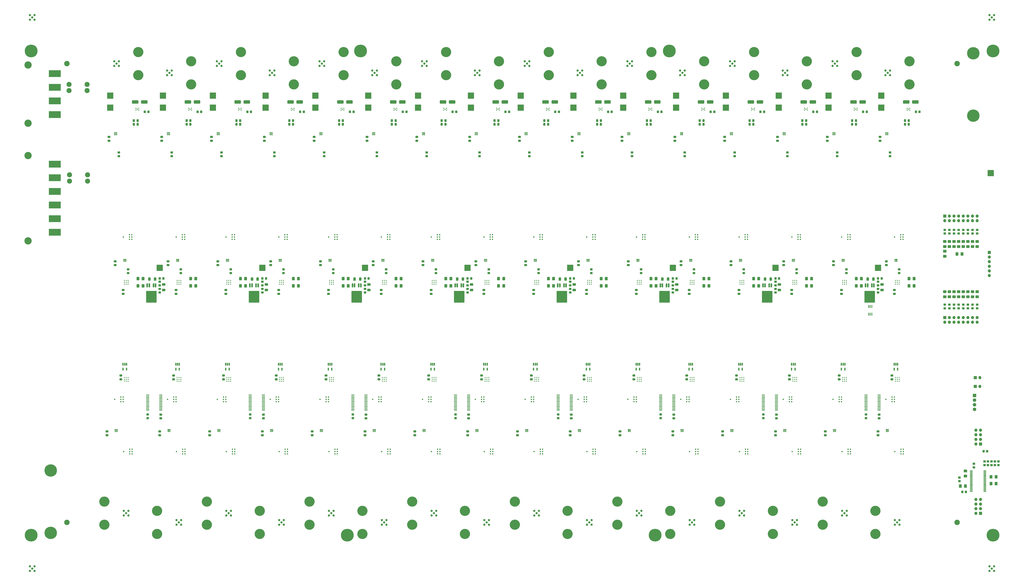
<source format=gbs>
G04 #@! TF.GenerationSoftware,KiCad,Pcbnew,8.0.6-unknown-202411051418~a3eff548b7~ubuntu20.04.1*
G04 #@! TF.CreationDate,2024-11-07T21:25:44-05:00*
G04 #@! TF.ProjectId,ARX,4152582e-6b69-4636-9164-5f7063625858,Revision I*
G04 #@! TF.SameCoordinates,Original*
G04 #@! TF.FileFunction,Soldermask,Bot*
G04 #@! TF.FilePolarity,Negative*
%FSLAX46Y46*%
G04 Gerber Fmt 4.6, Leading zero omitted, Abs format (unit mm)*
G04 Created by KiCad (PCBNEW 8.0.6-unknown-202411051418~a3eff548b7~ubuntu20.04.1) date 2024-11-07 21:25:44*
%MOMM*%
%LPD*%
G01*
G04 APERTURE LIST*
G04 Aperture macros list*
%AMRoundRect*
0 Rectangle with rounded corners*
0 $1 Rounding radius*
0 $2 $3 $4 $5 $6 $7 $8 $9 X,Y pos of 4 corners*
0 Add a 4 corners polygon primitive as box body*
4,1,4,$2,$3,$4,$5,$6,$7,$8,$9,$2,$3,0*
0 Add four circle primitives for the rounded corners*
1,1,$1+$1,$2,$3*
1,1,$1+$1,$4,$5*
1,1,$1+$1,$6,$7*
1,1,$1+$1,$8,$9*
0 Add four rect primitives between the rounded corners*
20,1,$1+$1,$2,$3,$4,$5,0*
20,1,$1+$1,$4,$5,$6,$7,0*
20,1,$1+$1,$6,$7,$8,$9,0*
20,1,$1+$1,$8,$9,$2,$3,0*%
G04 Aperture macros list end*
%ADD10C,7.000000*%
%ADD11C,0.584200*%
%ADD12C,0.762000*%
%ADD13C,1.240000*%
%ADD14C,5.588000*%
%ADD15C,0.600000*%
%ADD16C,4.000000*%
%ADD17R,0.600000X0.600000*%
%ADD18R,3.430000X3.780000*%
%ADD19R,1.700000X1.700000*%
%ADD20O,1.700000X1.700000*%
%ADD21R,1.905000X1.905000*%
%ADD22O,1.905000X1.905000*%
%ADD23C,2.780000*%
%ADD24C,6.807200*%
%ADD25RoundRect,0.250000X-0.475000X0.337500X-0.475000X-0.337500X0.475000X-0.337500X0.475000X0.337500X0*%
%ADD26RoundRect,0.250000X-0.450000X0.350000X-0.450000X-0.350000X0.450000X-0.350000X0.450000X0.350000X0*%
%ADD27RoundRect,0.250000X-0.337500X-0.475000X0.337500X-0.475000X0.337500X0.475000X-0.337500X0.475000X0*%
%ADD28RoundRect,0.280000X0.520000X0.620000X-0.520000X0.620000X-0.520000X-0.620000X0.520000X-0.620000X0*%
%ADD29RoundRect,0.280000X-0.520000X-0.620000X0.520000X-0.620000X0.520000X0.620000X-0.520000X0.620000X0*%
%ADD30R,1.750000X0.450000*%
%ADD31R,3.450001X3.450001*%
%ADD32RoundRect,0.250000X0.450000X-0.350000X0.450000X0.350000X-0.450000X0.350000X-0.450000X-0.350000X0*%
%ADD33RoundRect,0.250000X-0.350000X-0.450000X0.350000X-0.450000X0.350000X0.450000X-0.350000X0.450000X0*%
%ADD34RoundRect,0.250000X-0.412500X-0.650000X0.412500X-0.650000X0.412500X0.650000X-0.412500X0.650000X0*%
%ADD35RoundRect,0.250000X-1.500000X-0.650000X1.500000X-0.650000X1.500000X0.650000X-1.500000X0.650000X0*%
%ADD36RoundRect,0.162500X-0.162500X0.617500X-0.162500X-0.617500X0.162500X-0.617500X0.162500X0.617500X0*%
%ADD37RoundRect,0.250000X-0.650000X0.412500X-0.650000X-0.412500X0.650000X-0.412500X0.650000X0.412500X0*%
%ADD38RoundRect,0.200000X-0.200000X0.900000X-0.200000X-0.900000X0.200000X-0.900000X0.200000X0.900000X0*%
%ADD39C,0.800000*%
%ADD40RoundRect,0.249997X-2.650003X2.950003X-2.650003X-2.950003X2.650003X-2.950003X2.650003X2.950003X0*%
%ADD41RoundRect,0.280000X0.620000X-0.520000X0.620000X0.520000X-0.620000X0.520000X-0.620000X-0.520000X0*%
%ADD42RoundRect,0.280000X-0.620000X0.520000X-0.620000X-0.520000X0.620000X-0.520000X0.620000X0.520000X0*%
%ADD43RoundRect,0.075000X-0.662500X-0.075000X0.662500X-0.075000X0.662500X0.075000X-0.662500X0.075000X0*%
%ADD44C,3.000000*%
%ADD45RoundRect,0.250000X0.350000X0.450000X-0.350000X0.450000X-0.350000X-0.450000X0.350000X-0.450000X0*%
%ADD46RoundRect,0.100000X0.100000X-0.712500X0.100000X0.712500X-0.100000X0.712500X-0.100000X-0.712500X0*%
G04 APERTURE END LIST*
D10*
X342162150Y-402443208D03*
D11*
X389639082Y-250805024D03*
X389054882Y-250805024D03*
X388470682Y-250805024D03*
X389639082Y-251389224D03*
X389054882Y-251389224D03*
X388470682Y-251389224D03*
X389639082Y-251973424D03*
X389054882Y-251973424D03*
X388470682Y-251973424D03*
D12*
X586345282Y-238589625D03*
X589710782Y-237319625D03*
X589710782Y-238589625D03*
X589710782Y-239859625D03*
X590980782Y-237319625D03*
X590980782Y-238589625D03*
X590980782Y-239859625D03*
D11*
X384896182Y-344363566D03*
X384311982Y-344363566D03*
X383727782Y-344363566D03*
X384896182Y-344947766D03*
X384311982Y-344947766D03*
X383727782Y-344947766D03*
X384896182Y-345531966D03*
X384311982Y-345531966D03*
X383727782Y-345531966D03*
X413903183Y-344363566D03*
X413318983Y-344363566D03*
X412734783Y-344363566D03*
X413903183Y-344947766D03*
X413318983Y-344947766D03*
X412734783Y-344947766D03*
X413903183Y-345531966D03*
X413318983Y-345531966D03*
X412734783Y-345531966D03*
X248704384Y-315780723D03*
X248704384Y-316796723D03*
X248704384Y-317812723D03*
X249720384Y-315780723D03*
X249720384Y-316796723D03*
X249720384Y-317812723D03*
X250736384Y-315780723D03*
X250736384Y-316796723D03*
X250736384Y-317812723D03*
D12*
X529981449Y-238589625D03*
X533346949Y-237319625D03*
X533346949Y-238589625D03*
X533346949Y-239859625D03*
X534616949Y-237319625D03*
X534616949Y-238589625D03*
X534616949Y-239859625D03*
D11*
X470267016Y-344363566D03*
X469682816Y-344363566D03*
X469098616Y-344363566D03*
X470267016Y-344947766D03*
X469682816Y-344947766D03*
X469098616Y-344947766D03*
X470267016Y-345531966D03*
X469682816Y-345531966D03*
X469098616Y-345531966D03*
D12*
X444767715Y-356495366D03*
X448133215Y-355225366D03*
X448133215Y-356495366D03*
X448133215Y-357765366D03*
X449403215Y-355225366D03*
X449403215Y-356495366D03*
X449403215Y-357765366D03*
D13*
X609968213Y-143236208D03*
X608698213Y-141966208D03*
X608698213Y-144506208D03*
X611238213Y-141966208D03*
X611238213Y-144506208D03*
D14*
X621906213Y-149586208D03*
X621906213Y-136886208D03*
D11*
X469967915Y-181183135D03*
X469383715Y-181183135D03*
X468799515Y-181183135D03*
X469967915Y-181767335D03*
X469383715Y-181767335D03*
X468799515Y-181767335D03*
X469967915Y-182351535D03*
X469383715Y-182351535D03*
X468799515Y-182351535D03*
D12*
X383503881Y-327830167D03*
X386869381Y-326560167D03*
X386869381Y-327830167D03*
X386869381Y-329100167D03*
X388139381Y-326560167D03*
X388139381Y-327830167D03*
X388139381Y-329100167D03*
D11*
X639358515Y-344363566D03*
X638774315Y-344363566D03*
X638190115Y-344363566D03*
X639358515Y-344947766D03*
X638774315Y-344947766D03*
X638190115Y-344947766D03*
X639358515Y-345531966D03*
X638774315Y-345531966D03*
X638190115Y-345531966D03*
D13*
X244428383Y-148316208D03*
X243158383Y-147046208D03*
X243158383Y-149586208D03*
X245698383Y-147046208D03*
X245698383Y-149586208D03*
D14*
X256366383Y-154666208D03*
X256366383Y-141966208D03*
D13*
X526247548Y-148316208D03*
X524977548Y-147046208D03*
X524977548Y-149586208D03*
X527517548Y-147046208D03*
X527517548Y-149586208D03*
D14*
X538185548Y-154666208D03*
X538185548Y-141966208D03*
D11*
X586887382Y-315780723D03*
X586887382Y-316796723D03*
X586887382Y-317812723D03*
X587903382Y-315780723D03*
X587903382Y-316796723D03*
X587903382Y-317812723D03*
X588919382Y-315780723D03*
X588919382Y-316796723D03*
X588919382Y-317812723D03*
X357539350Y-344363566D03*
X356955150Y-344363566D03*
X356370950Y-344363566D03*
X357539350Y-344947766D03*
X356955150Y-344947766D03*
X356370950Y-344947766D03*
X357539350Y-345531966D03*
X356955150Y-345531966D03*
X356370950Y-345531966D03*
D15*
X367794050Y-168772335D03*
X369294050Y-168772335D03*
X368544050Y-168272335D03*
X367794050Y-167772335D03*
X369294050Y-167772335D03*
D11*
X476191716Y-264472723D03*
X476191716Y-263456723D03*
X476191716Y-262440723D03*
X475175716Y-264472723D03*
X475175716Y-263456723D03*
X475175716Y-262440723D03*
X474159716Y-264472723D03*
X474159716Y-263456723D03*
X474159716Y-262440723D03*
D12*
X270776215Y-327830167D03*
X274141715Y-326560167D03*
X274141715Y-327830167D03*
X274141715Y-329100167D03*
X275411715Y-326560167D03*
X275411715Y-327830167D03*
X275411715Y-329100167D03*
D16*
X166783213Y-193748208D03*
X166783213Y-240698208D03*
D17*
X184358213Y-197058208D03*
X182930713Y-197058208D03*
X181503213Y-197058208D03*
X180075713Y-197058208D03*
X178648213Y-197058208D03*
D18*
X183093213Y-198498208D03*
D17*
X181503213Y-198498208D03*
D18*
X179913213Y-198498208D03*
D17*
X184358213Y-199938208D03*
X182930713Y-199938208D03*
X181503213Y-199938208D03*
X180075713Y-199938208D03*
X178648213Y-199938208D03*
D15*
X184358213Y-204548208D03*
X182930713Y-204548208D03*
X181503213Y-204548208D03*
X180075713Y-204548208D03*
X178648213Y-204548208D03*
D18*
X183093213Y-205988208D03*
D15*
X181503213Y-205988208D03*
D18*
X179913213Y-205988208D03*
D15*
X184358213Y-207428208D03*
X182930713Y-207428208D03*
X181503213Y-207428208D03*
X180075713Y-207428208D03*
X178648213Y-207428208D03*
X184358213Y-212038208D03*
X182930713Y-212038208D03*
X181503213Y-212038208D03*
X180075713Y-212038208D03*
X178648213Y-212038208D03*
D18*
X183093213Y-213478208D03*
D15*
X181503213Y-213478208D03*
D18*
X179913213Y-213478208D03*
D15*
X184358213Y-214918208D03*
X182930713Y-214918208D03*
X181503213Y-214918208D03*
X180075713Y-214918208D03*
X178648213Y-214918208D03*
X184358213Y-219528208D03*
X182930713Y-219528208D03*
X181503213Y-219528208D03*
X180075713Y-219528208D03*
X178648213Y-219528208D03*
D18*
X183093213Y-220968208D03*
D15*
X181503213Y-220968208D03*
D18*
X179913213Y-220968208D03*
D15*
X184358213Y-222408208D03*
X182930713Y-222408208D03*
X181503213Y-222408208D03*
X180075713Y-222408208D03*
X178648213Y-222408208D03*
X184358213Y-227018208D03*
X182930713Y-227018208D03*
X181503213Y-227018208D03*
X180075713Y-227018208D03*
X178648213Y-227018208D03*
D18*
X183093213Y-228458208D03*
D15*
X181503213Y-228458208D03*
D18*
X179913213Y-228458208D03*
D15*
X184358213Y-229898208D03*
X182930713Y-229898208D03*
X181503213Y-229898208D03*
X180075713Y-229898208D03*
X178648213Y-229898208D03*
X184358213Y-234508208D03*
X182930713Y-234508208D03*
X181503213Y-234508208D03*
X180075713Y-234508208D03*
X178648213Y-234508208D03*
D18*
X183093213Y-235948208D03*
D15*
X181503213Y-235948208D03*
D18*
X179913213Y-235948208D03*
D15*
X184358213Y-237388208D03*
X182930713Y-237388208D03*
X181503213Y-237388208D03*
X180075713Y-237388208D03*
X178648213Y-237388208D03*
D13*
X328149048Y-143236208D03*
X326879048Y-141966208D03*
X326879048Y-144506208D03*
X329419048Y-141966208D03*
X329419048Y-144506208D03*
D14*
X340087048Y-149586208D03*
X340087048Y-136886208D03*
D12*
X500974448Y-238589625D03*
X504339948Y-237319625D03*
X504339948Y-238589625D03*
X504339948Y-239859625D03*
X505609948Y-237319625D03*
X505609948Y-238589625D03*
X505609948Y-239859625D03*
D11*
X278093216Y-264472723D03*
X278093216Y-263456723D03*
X278093216Y-262440723D03*
X277077216Y-264472723D03*
X277077216Y-263456723D03*
X277077216Y-262440723D03*
X276061216Y-264472723D03*
X276061216Y-263456723D03*
X276061216Y-262440723D03*
D15*
X451514715Y-168772335D03*
X453014715Y-168772335D03*
X452264715Y-168272335D03*
X451514715Y-167772335D03*
X453014715Y-167772335D03*
D11*
X553987681Y-344363566D03*
X553403481Y-344363566D03*
X552819281Y-344363566D03*
X553987681Y-344947766D03*
X553403481Y-344947766D03*
X552819281Y-344947766D03*
X553987681Y-345531966D03*
X553403481Y-345531966D03*
X552819281Y-345531966D03*
D12*
X214412382Y-327830167D03*
X217777882Y-326560167D03*
X217777882Y-327830167D03*
X217777882Y-329100167D03*
X219047882Y-326560167D03*
X219047882Y-327830167D03*
X219047882Y-329100167D03*
D11*
X441260015Y-344363566D03*
X440675815Y-344363566D03*
X440091615Y-344363566D03*
X441260015Y-344947766D03*
X440675815Y-344947766D03*
X440091615Y-344947766D03*
X441260015Y-345531966D03*
X440675815Y-345531966D03*
X440091615Y-345531966D03*
D13*
X475082816Y-395458208D03*
X476352816Y-396728208D03*
X476352816Y-394188208D03*
X473812816Y-396728208D03*
X473812816Y-394188208D03*
D14*
X463144816Y-389108208D03*
X463144816Y-401808208D03*
D12*
X361047050Y-356495366D03*
X364412550Y-355225366D03*
X364412550Y-356495366D03*
X364412550Y-357765366D03*
X365682550Y-355225366D03*
X365682550Y-356495366D03*
X365682550Y-357765366D03*
X613859214Y-356495366D03*
X617224714Y-355225366D03*
X617224714Y-356495366D03*
X617224714Y-357765366D03*
X618494714Y-355225366D03*
X618494714Y-356495366D03*
X618494714Y-357765366D03*
D15*
X395150882Y-168772335D03*
X396650882Y-168772335D03*
X395900882Y-168272335D03*
X395150882Y-167772335D03*
X396650882Y-167772335D03*
D11*
X526331748Y-181183135D03*
X525747548Y-181183135D03*
X525163348Y-181183135D03*
X526331748Y-181767335D03*
X525747548Y-181767335D03*
X525163348Y-181767335D03*
X526331748Y-182351535D03*
X525747548Y-182351535D03*
X525163348Y-182351535D03*
D19*
X670284213Y-282853966D03*
D20*
X672824213Y-282853966D03*
X675364213Y-282853966D03*
X677904213Y-282853966D03*
X680444213Y-282853966D03*
X682984213Y-282853966D03*
X685524213Y-282853966D03*
X688064213Y-282853966D03*
X670284213Y-285393966D03*
X672824213Y-285393966D03*
X675364213Y-285393966D03*
X677904213Y-285393966D03*
X680444213Y-285393966D03*
X682984213Y-285393966D03*
X685524213Y-285393966D03*
X688064213Y-285393966D03*
D12*
X557338281Y-238589625D03*
X560703781Y-237319625D03*
X560703781Y-238589625D03*
X560703781Y-239859625D03*
X561973781Y-237319625D03*
X561973781Y-238589625D03*
X561973781Y-239859625D03*
D19*
X689969213Y-390416850D03*
D20*
X687429213Y-390416850D03*
X689969213Y-387876850D03*
X687429213Y-387876850D03*
X689969213Y-385336850D03*
X687429213Y-385336850D03*
X689969213Y-382796850D03*
X687429213Y-382796850D03*
D11*
X610351514Y-344363566D03*
X609767314Y-344363566D03*
X609183114Y-344363566D03*
X610351514Y-344947766D03*
X609767314Y-344947766D03*
X609183114Y-344947766D03*
X610351514Y-345531966D03*
X609767314Y-345531966D03*
X609183114Y-345531966D03*
D15*
X564242381Y-168772335D03*
X565742381Y-168772335D03*
X564992381Y-168272335D03*
X564242381Y-167772335D03*
X565742381Y-167772335D03*
X620606214Y-168772335D03*
X622106214Y-168772335D03*
X621356214Y-168272335D03*
X620606214Y-167772335D03*
X622106214Y-167772335D03*
D11*
X588919382Y-264472723D03*
X588919382Y-263456723D03*
X588919382Y-262440723D03*
X587903382Y-264472723D03*
X587903382Y-263456723D03*
X587903382Y-262440723D03*
X586887382Y-264472723D03*
X586887382Y-263456723D03*
X586887382Y-262440723D03*
D15*
X480521716Y-168772335D03*
X482021716Y-168772335D03*
X481271716Y-168272335D03*
X480521716Y-167772335D03*
X482021716Y-167772335D03*
D11*
X446002915Y-250805024D03*
X445418715Y-250805024D03*
X444834515Y-250805024D03*
X446002915Y-251389224D03*
X445418715Y-251389224D03*
X444834515Y-251389224D03*
X446002915Y-251973424D03*
X445418715Y-251973424D03*
X444834515Y-251973424D03*
D12*
X473617616Y-238589625D03*
X476983116Y-237319625D03*
X476983116Y-238589625D03*
X476983116Y-239859625D03*
X478253116Y-237319625D03*
X478253116Y-238589625D03*
X478253116Y-239859625D03*
X552595380Y-327830167D03*
X555960880Y-326560167D03*
X555960880Y-327830167D03*
X555960880Y-329100167D03*
X557230880Y-326560167D03*
X557230880Y-327830167D03*
X557230880Y-329100167D03*
X468874715Y-327830167D03*
X472240215Y-326560167D03*
X472240215Y-327830167D03*
X472240215Y-329100167D03*
X473510215Y-326560167D03*
X473510215Y-327830167D03*
X473510215Y-329100167D03*
D11*
X361432050Y-315780723D03*
X361432050Y-316796723D03*
X361432050Y-317812723D03*
X362448050Y-315780723D03*
X362448050Y-316796723D03*
X362448050Y-317812723D03*
X363464050Y-315780723D03*
X363464050Y-316796723D03*
X363464050Y-317812723D03*
X388788882Y-315780723D03*
X388788882Y-316796723D03*
X388788882Y-317812723D03*
X389804882Y-315780723D03*
X389804882Y-316796723D03*
X389804882Y-317812723D03*
X390820882Y-315780723D03*
X390820882Y-316796723D03*
X390820882Y-317812723D03*
D12*
X219312383Y-356495366D03*
X222677883Y-355225366D03*
X222677883Y-356495366D03*
X222677883Y-357765366D03*
X223947883Y-355225366D03*
X223947883Y-356495366D03*
X223947883Y-357765366D03*
D11*
X501516548Y-315780723D03*
X501516548Y-316796723D03*
X501516548Y-317812723D03*
X502532548Y-315780723D03*
X502532548Y-316796723D03*
X502532548Y-317812723D03*
X503548548Y-315780723D03*
X503548548Y-316796723D03*
X503548548Y-317812723D03*
D13*
X469883715Y-148316208D03*
X468613715Y-147046208D03*
X468613715Y-149586208D03*
X471153715Y-147046208D03*
X471153715Y-149586208D03*
D14*
X481821715Y-154666208D03*
X481821715Y-141966208D03*
D13*
X220620483Y-390378208D03*
X221890483Y-391648208D03*
X221890483Y-389108208D03*
X219350483Y-391648208D03*
X219350483Y-389108208D03*
D14*
X208682483Y-384028208D03*
X208682483Y-396728208D03*
D11*
X497324747Y-181183135D03*
X496740547Y-181183135D03*
X496156347Y-181183135D03*
X497324747Y-181767335D03*
X496740547Y-181767335D03*
X496156347Y-181767335D03*
X497324747Y-182351535D03*
X496740547Y-182351535D03*
X496156347Y-182351535D03*
X357240249Y-181183135D03*
X356656049Y-181183135D03*
X356071849Y-181183135D03*
X357240249Y-181767335D03*
X356656049Y-181767335D03*
X356071849Y-181767335D03*
X357240249Y-182351535D03*
X356656049Y-182351535D03*
X356071849Y-182351535D03*
D10*
X518996012Y-136251208D03*
D19*
X689969213Y-352374335D03*
D20*
X687429213Y-352374335D03*
X689969213Y-349834335D03*
X687429213Y-349834335D03*
X689969213Y-347294335D03*
X687429213Y-347294335D03*
X689969213Y-344754335D03*
X687429213Y-344754335D03*
D11*
X532555549Y-264472723D03*
X532555549Y-263456723D03*
X532555549Y-262440723D03*
X531539549Y-264472723D03*
X531539549Y-263456723D03*
X531539549Y-262440723D03*
X530523549Y-264472723D03*
X530523549Y-263456723D03*
X530523549Y-262440723D03*
D15*
X536885549Y-168772335D03*
X538385549Y-168772335D03*
X537635549Y-168272335D03*
X536885549Y-167772335D03*
X538385549Y-167772335D03*
D12*
X525238548Y-327830167D03*
X528604048Y-326560167D03*
X528604048Y-327830167D03*
X528604048Y-329100167D03*
X529874048Y-326560167D03*
X529874048Y-327830167D03*
X529874048Y-329100167D03*
X496231547Y-327830167D03*
X499597047Y-326560167D03*
X499597047Y-327830167D03*
X499597047Y-329100167D03*
X500867047Y-326560167D03*
X500867047Y-327830167D03*
X500867047Y-329100167D03*
D10*
X349451012Y-136251208D03*
D11*
X419827883Y-264472723D03*
X419827883Y-263456723D03*
X419827883Y-262440723D03*
X418811883Y-264472723D03*
X418811883Y-263456723D03*
X418811883Y-262440723D03*
X417795883Y-264472723D03*
X417795883Y-263456723D03*
X417795883Y-262440723D03*
X440960914Y-181183135D03*
X440376714Y-181183135D03*
X439792514Y-181183135D03*
X440960914Y-181767335D03*
X440376714Y-181767335D03*
X439792514Y-181767335D03*
X440960914Y-182351535D03*
X440376714Y-182351535D03*
X439792514Y-182351535D03*
D10*
X168476012Y-136251208D03*
D11*
X276911416Y-250805024D03*
X276327216Y-250805024D03*
X275743016Y-250805024D03*
X276911416Y-251389224D03*
X276327216Y-251389224D03*
X275743016Y-251389224D03*
X276911416Y-251973424D03*
X276327216Y-251973424D03*
X275743016Y-251973424D03*
X558730581Y-250805024D03*
X558146381Y-250805024D03*
X557562181Y-250805024D03*
X558730581Y-251389224D03*
X558146381Y-251389224D03*
X557562181Y-251389224D03*
X558730581Y-251973424D03*
X558146381Y-251973424D03*
X557562181Y-251973424D03*
D13*
X587810482Y-395458208D03*
X589080482Y-396728208D03*
X589080482Y-394188208D03*
X586540482Y-396728208D03*
X586540482Y-394188208D03*
D14*
X575872482Y-389108208D03*
X575872482Y-401808208D03*
D13*
X497240547Y-143236208D03*
X495970547Y-141966208D03*
X495970547Y-144506208D03*
X498510547Y-141966208D03*
X498510547Y-144506208D03*
D14*
X509178547Y-149586208D03*
X509178547Y-136886208D03*
D21*
X686667213Y-325682966D03*
D22*
X686667213Y-328222966D03*
X686667213Y-330762966D03*
X686667213Y-333302966D03*
D11*
X334457049Y-264472723D03*
X334457049Y-263456723D03*
X334457049Y-262440723D03*
X333441049Y-264472723D03*
X333441049Y-263456723D03*
X333441049Y-262440723D03*
X332425049Y-264472723D03*
X332425049Y-263456723D03*
X332425049Y-262440723D03*
D13*
X271785215Y-143236208D03*
X270515215Y-141966208D03*
X270515215Y-144506208D03*
X273055215Y-141966208D03*
X273055215Y-144506208D03*
D14*
X283723215Y-149586208D03*
X283723215Y-136886208D03*
D11*
X363464050Y-264472723D03*
X363464050Y-263456723D03*
X363464050Y-262440723D03*
X362448050Y-264472723D03*
X362448050Y-263456723D03*
X362448050Y-262440723D03*
X361432050Y-264472723D03*
X361432050Y-263456723D03*
X361432050Y-262440723D03*
X557880381Y-315780723D03*
X557880381Y-316796723D03*
X557880381Y-317812723D03*
X558896381Y-315780723D03*
X558896381Y-316796723D03*
X558896381Y-317812723D03*
X559912381Y-315780723D03*
X559912381Y-316796723D03*
X559912381Y-317812723D03*
X300876416Y-181183135D03*
X300292216Y-181183135D03*
X299708016Y-181183135D03*
X300876416Y-181767335D03*
X300292216Y-181767335D03*
X299708016Y-181767335D03*
X300876416Y-182351535D03*
X300292216Y-182351535D03*
X299708016Y-182351535D03*
D13*
X582611381Y-148316208D03*
X581341381Y-147046208D03*
X581341381Y-149586208D03*
X583881381Y-147046208D03*
X583881381Y-149586208D03*
D14*
X594549381Y-154666208D03*
X594549381Y-141966208D03*
D12*
X530138549Y-356495366D03*
X533504049Y-355225366D03*
X533504049Y-356495366D03*
X533504049Y-357765366D03*
X534774049Y-355225366D03*
X534774049Y-356495366D03*
X534774049Y-357765366D03*
D11*
X333275249Y-250805024D03*
X332691049Y-250805024D03*
X332106849Y-250805024D03*
X333275249Y-251389224D03*
X332691049Y-251389224D03*
X332106849Y-251389224D03*
X333275249Y-251973424D03*
X332691049Y-251973424D03*
X332106849Y-251973424D03*
D12*
X360889950Y-238589625D03*
X364255450Y-237319625D03*
X364255450Y-238589625D03*
X364255450Y-239859625D03*
X365525450Y-237319625D03*
X365525450Y-238589625D03*
X365525450Y-239859625D03*
X332040049Y-356495366D03*
X335405549Y-355225366D03*
X335405549Y-356495366D03*
X335405549Y-357765366D03*
X336675549Y-355225366D03*
X336675549Y-356495366D03*
X336675549Y-357765366D03*
D11*
X526630849Y-344363566D03*
X526046649Y-344363566D03*
X525462449Y-344363566D03*
X526630849Y-344947766D03*
X526046649Y-344947766D03*
X525462449Y-344947766D03*
X526630849Y-345531966D03*
X526046649Y-345531966D03*
X525462449Y-345531966D03*
D13*
X558803481Y-390378208D03*
X560073481Y-391648208D03*
X560073481Y-389108208D03*
X557533481Y-391648208D03*
X557533481Y-389108208D03*
D14*
X546865481Y-384028208D03*
X546865481Y-396728208D03*
D11*
X271869415Y-181183135D03*
X271285215Y-181183135D03*
X270701015Y-181183135D03*
X271869415Y-181767335D03*
X271285215Y-181767335D03*
X270701015Y-181767335D03*
X271869415Y-182351535D03*
X271285215Y-182351535D03*
X270701015Y-182351535D03*
D12*
X219155283Y-238589625D03*
X222520783Y-237319625D03*
X222520783Y-238589625D03*
X222520783Y-239859625D03*
X223790783Y-237319625D03*
X223790783Y-238589625D03*
X223790783Y-239859625D03*
X586502382Y-356495366D03*
X589867882Y-355225366D03*
X589867882Y-356495366D03*
X589867882Y-357765366D03*
X591137882Y-355225366D03*
X591137882Y-356495366D03*
X591137882Y-357765366D03*
D10*
X696796012Y-136251208D03*
D11*
X328532349Y-344363566D03*
X327948149Y-344363566D03*
X327363949Y-344363566D03*
X328532349Y-344947766D03*
X327948149Y-344947766D03*
X327363949Y-344947766D03*
X328532349Y-345531966D03*
X327948149Y-345531966D03*
X327363949Y-345531966D03*
D19*
X670284213Y-227013966D03*
D20*
X672824213Y-227013966D03*
X675364213Y-227013966D03*
X677904213Y-227013966D03*
X680444213Y-227013966D03*
X682984213Y-227013966D03*
X685524213Y-227013966D03*
X688064213Y-227013966D03*
X670284213Y-229553966D03*
X672824213Y-229553966D03*
X675364213Y-229553966D03*
X677904213Y-229553966D03*
X680444213Y-229553966D03*
X682984213Y-229553966D03*
X685524213Y-229553966D03*
X688064213Y-229553966D03*
D13*
X357156049Y-148316208D03*
X355886049Y-147046208D03*
X355886049Y-149586208D03*
X358426049Y-147046208D03*
X358426049Y-149586208D03*
D14*
X369094049Y-154666208D03*
X369094049Y-141966208D03*
D11*
X582994682Y-344363566D03*
X582410482Y-344363566D03*
X581826282Y-344363566D03*
X582994682Y-344947766D03*
X582410482Y-344947766D03*
X581826282Y-344947766D03*
X582994682Y-345531966D03*
X582410482Y-345531966D03*
X581826282Y-345531966D03*
D12*
X299783216Y-327830167D03*
X303148716Y-326560167D03*
X303148716Y-327830167D03*
X303148716Y-329100167D03*
X304418716Y-326560167D03*
X304418716Y-327830167D03*
X304418716Y-329100167D03*
D11*
X221729383Y-264472723D03*
X221729383Y-263456723D03*
X221729383Y-262440723D03*
X220713383Y-264472723D03*
X220713383Y-263456723D03*
X220713383Y-262440723D03*
X219697383Y-264472723D03*
X219697383Y-263456723D03*
X219697383Y-262440723D03*
X614244214Y-315780723D03*
X614244214Y-316796723D03*
X614244214Y-317812723D03*
X615260214Y-315780723D03*
X615260214Y-316796723D03*
X615260214Y-317812723D03*
X616276214Y-315780723D03*
X616276214Y-316796723D03*
X616276214Y-317812723D03*
X220547583Y-250805024D03*
X219963383Y-250805024D03*
X219379183Y-250805024D03*
X220547583Y-251389224D03*
X219963383Y-251389224D03*
X219379183Y-251389224D03*
X220547583Y-251973424D03*
X219963383Y-251973424D03*
X219379183Y-251973424D03*
D12*
X388403882Y-356495366D03*
X391769382Y-355225366D03*
X391769382Y-356495366D03*
X391769382Y-357765366D03*
X393039382Y-355225366D03*
X393039382Y-356495366D03*
X393039382Y-357765366D03*
D13*
X638975214Y-148316208D03*
X637705214Y-147046208D03*
X637705214Y-149586208D03*
X640245214Y-147046208D03*
X640245214Y-149586208D03*
D14*
X650913214Y-154666208D03*
X650913214Y-141966208D03*
D11*
X418646083Y-250805024D03*
X418061883Y-250805024D03*
X417477683Y-250805024D03*
X418646083Y-251389224D03*
X418061883Y-251389224D03*
X417477683Y-251389224D03*
X418646083Y-251973424D03*
X418061883Y-251973424D03*
X417477683Y-251973424D03*
X503548548Y-264472723D03*
X503548548Y-263456723D03*
X503548548Y-262440723D03*
X502532548Y-264472723D03*
X502532548Y-263456723D03*
X502532548Y-262440723D03*
X501516548Y-264472723D03*
X501516548Y-263456723D03*
X501516548Y-262440723D03*
X639059414Y-181183135D03*
X638475214Y-181183135D03*
X637891014Y-181183135D03*
X639059414Y-181767335D03*
X638475214Y-181767335D03*
X637891014Y-181767335D03*
X639059414Y-182351535D03*
X638475214Y-182351535D03*
X637891014Y-182351535D03*
D23*
X189547213Y-204389208D03*
X189547213Y-207789208D03*
X199467213Y-204389208D03*
X199467213Y-207789208D03*
D12*
X275676216Y-356495366D03*
X279041716Y-355225366D03*
X279041716Y-356495366D03*
X279041716Y-357765366D03*
X280311716Y-355225366D03*
X280311716Y-356495366D03*
X280311716Y-357765366D03*
X444610615Y-238589625D03*
X447976115Y-237319625D03*
X447976115Y-238589625D03*
X447976115Y-239859625D03*
X449246115Y-237319625D03*
X449246115Y-238589625D03*
X449246115Y-239859625D03*
D11*
X644101415Y-250805024D03*
X643517215Y-250805024D03*
X642933015Y-250805024D03*
X644101415Y-251389224D03*
X643517215Y-251389224D03*
X642933015Y-251389224D03*
X644101415Y-251973424D03*
X643517215Y-251973424D03*
X642933015Y-251973424D03*
D12*
X642709115Y-238589625D03*
X646074615Y-237319625D03*
X646074615Y-238589625D03*
X646074615Y-239859625D03*
X647344615Y-237319625D03*
X647344615Y-238589625D03*
X647344615Y-239859625D03*
X439867714Y-327830167D03*
X443233214Y-326560167D03*
X443233214Y-327830167D03*
X443233214Y-329100167D03*
X444503214Y-326560167D03*
X444503214Y-327830167D03*
X444503214Y-329100167D03*
D11*
X497623848Y-344363566D03*
X497039648Y-344363566D03*
X496455448Y-344363566D03*
X497623848Y-344947766D03*
X497039648Y-344947766D03*
X496455448Y-344947766D03*
X497623848Y-345531966D03*
X497039648Y-345531966D03*
X496455448Y-345531966D03*
D13*
X215421382Y-143236208D03*
X214151382Y-141966208D03*
X214151382Y-144506208D03*
X216691382Y-141966208D03*
X216691382Y-144506208D03*
D14*
X227359382Y-149586208D03*
X227359382Y-136886208D03*
D10*
X696796012Y-402443208D03*
D11*
X530523549Y-315780723D03*
X530523549Y-316796723D03*
X530523549Y-317812723D03*
X531539549Y-315780723D03*
X531539549Y-316796723D03*
X531539549Y-317812723D03*
X532555549Y-315780723D03*
X532555549Y-316796723D03*
X532555549Y-317812723D03*
X553688580Y-181183135D03*
X553104380Y-181183135D03*
X552520180Y-181183135D03*
X553688580Y-181767335D03*
X553104380Y-181767335D03*
X552520180Y-181767335D03*
X553688580Y-182351535D03*
X553104380Y-182351535D03*
X552520180Y-182351535D03*
X272168516Y-344363566D03*
X271584316Y-344363566D03*
X271000116Y-344363566D03*
X272168516Y-344947766D03*
X271584316Y-344947766D03*
X271000116Y-344947766D03*
X272168516Y-345531966D03*
X271584316Y-345531966D03*
X271000116Y-345531966D03*
D15*
X282423216Y-168772335D03*
X283923216Y-168772335D03*
X283173216Y-168272335D03*
X282423216Y-167772335D03*
X283923216Y-167772335D03*
D11*
X244512583Y-181183135D03*
X243928383Y-181183135D03*
X243344183Y-181183135D03*
X244512583Y-181767335D03*
X243928383Y-181767335D03*
X243344183Y-181767335D03*
X244512583Y-182351535D03*
X243928383Y-182351535D03*
X243344183Y-182351535D03*
D13*
X644174315Y-395458208D03*
X645444315Y-396728208D03*
X645444315Y-394188208D03*
X642904315Y-396728208D03*
X642904315Y-394188208D03*
D14*
X632236315Y-389108208D03*
X632236315Y-401808208D03*
D11*
X249554584Y-250805024D03*
X248970384Y-250805024D03*
X248386184Y-250805024D03*
X249554584Y-251389224D03*
X248970384Y-251389224D03*
X248386184Y-251389224D03*
X249554584Y-251973424D03*
X248970384Y-251973424D03*
X248386184Y-251973424D03*
D13*
X169111012Y-420858208D03*
X167841012Y-419588208D03*
X167841012Y-422128208D03*
X170381012Y-419588208D03*
X170381012Y-422128208D03*
D12*
X275519116Y-238589625D03*
X278884616Y-237319625D03*
X278884616Y-238589625D03*
X278884616Y-239859625D03*
X280154616Y-237319625D03*
X280154616Y-238589625D03*
X280154616Y-239859625D03*
X243419383Y-327830167D03*
X246784883Y-326560167D03*
X246784883Y-327830167D03*
X246784883Y-329100167D03*
X248054883Y-326560167D03*
X248054883Y-327830167D03*
X248054883Y-329100167D03*
D11*
X328233248Y-181183135D03*
X327649048Y-181183135D03*
X327064848Y-181183135D03*
X328233248Y-181767335D03*
X327649048Y-181767335D03*
X327064848Y-181767335D03*
X328233248Y-182351535D03*
X327649048Y-182351535D03*
X327064848Y-182351535D03*
D15*
X593249382Y-168772335D03*
X594749382Y-168772335D03*
X593999382Y-168272335D03*
X593249382Y-167772335D03*
X594749382Y-167772335D03*
D13*
X446075815Y-390378208D03*
X447345815Y-391648208D03*
X447345815Y-389108208D03*
X444805815Y-391648208D03*
X444805815Y-389108208D03*
D14*
X434137815Y-384028208D03*
X434137815Y-396728208D03*
D12*
X327140048Y-327830167D03*
X330505548Y-326560167D03*
X330505548Y-327830167D03*
X330505548Y-329100167D03*
X331775548Y-326560167D03*
X331775548Y-327830167D03*
X331775548Y-329100167D03*
D13*
X300792216Y-148316208D03*
X299522216Y-147046208D03*
X299522216Y-149586208D03*
X302062216Y-147046208D03*
X302062216Y-149586208D03*
D14*
X312730216Y-154666208D03*
X312730216Y-141966208D03*
D12*
X613702114Y-238589625D03*
X617067614Y-237319625D03*
X617067614Y-238589625D03*
X617067614Y-239859625D03*
X618337614Y-237319625D03*
X618337614Y-238589625D03*
X618337614Y-239859625D03*
D15*
X338787049Y-168772335D03*
X340287049Y-168772335D03*
X339537049Y-168272335D03*
X338787049Y-167772335D03*
X340287049Y-167772335D03*
D23*
X189288711Y-154639209D03*
X189288711Y-158039209D03*
X199208711Y-154639209D03*
X199208711Y-158039209D03*
D12*
X581602381Y-327830167D03*
X584967881Y-326560167D03*
X584967881Y-327830167D03*
X584967881Y-329100167D03*
X586237881Y-326560167D03*
X586237881Y-327830167D03*
X586237881Y-329100167D03*
X501131548Y-356495366D03*
X504497048Y-355225366D03*
X504497048Y-356495366D03*
X504497048Y-357765366D03*
X505767048Y-355225366D03*
X505767048Y-356495366D03*
X505767048Y-357765366D03*
D11*
X362282250Y-250805024D03*
X361698050Y-250805024D03*
X361113850Y-250805024D03*
X362282250Y-251389224D03*
X361698050Y-251389224D03*
X361113850Y-251389224D03*
X362282250Y-251973424D03*
X361698050Y-251973424D03*
X361113850Y-251973424D03*
X587737582Y-250805024D03*
X587153382Y-250805024D03*
X586569182Y-250805024D03*
X587737582Y-251389224D03*
X587153382Y-251389224D03*
X586569182Y-251389224D03*
X587737582Y-251973424D03*
X587153382Y-251973424D03*
X586569182Y-251973424D03*
D13*
X696161012Y-117836208D03*
X694891012Y-116566208D03*
X694891012Y-119106208D03*
X697431012Y-116566208D03*
X697431012Y-119106208D03*
D11*
X531373749Y-250805024D03*
X530789549Y-250805024D03*
X530205349Y-250805024D03*
X531373749Y-251389224D03*
X530789549Y-251389224D03*
X530205349Y-251389224D03*
X531373749Y-251973424D03*
X530789549Y-251973424D03*
X530205349Y-251973424D03*
D19*
X687065213Y-315893966D03*
D20*
X689605213Y-315893966D03*
D11*
X244811684Y-344363566D03*
X244227484Y-344363566D03*
X243643284Y-344363566D03*
X244811684Y-344947766D03*
X244227484Y-344947766D03*
X243643284Y-344947766D03*
X244811684Y-345531966D03*
X244227484Y-345531966D03*
X243643284Y-345531966D03*
D13*
X389711982Y-390378208D03*
X390981982Y-391648208D03*
X390981982Y-389108208D03*
X388441982Y-391648208D03*
X388441982Y-389108208D03*
D14*
X377773982Y-384028208D03*
X377773982Y-396728208D03*
D13*
X531446649Y-395458208D03*
X532716649Y-396728208D03*
X532716649Y-394188208D03*
X530176649Y-396728208D03*
X530176649Y-394188208D03*
D14*
X519508649Y-389108208D03*
X519508649Y-401808208D03*
D15*
X507878548Y-168772335D03*
X509378548Y-168772335D03*
X508628548Y-168272335D03*
X507878548Y-167772335D03*
X509378548Y-167772335D03*
D19*
X694823713Y-247063966D03*
D20*
X694823713Y-249603966D03*
X694823713Y-252143966D03*
X694823713Y-254683966D03*
X694823713Y-257223966D03*
X694823713Y-259763966D03*
D11*
X643251215Y-315780723D03*
X643251215Y-316796723D03*
X643251215Y-317812723D03*
X644267215Y-315780723D03*
X644267215Y-316796723D03*
X644267215Y-317812723D03*
X645283215Y-315780723D03*
X645283215Y-316796723D03*
X645283215Y-317812723D03*
X305918417Y-250805024D03*
X305334217Y-250805024D03*
X304750017Y-250805024D03*
X305918417Y-251389224D03*
X305334217Y-251389224D03*
X304750017Y-251389224D03*
X305918417Y-251973424D03*
X305334217Y-251973424D03*
X304750017Y-251973424D03*
D15*
X226059383Y-168772335D03*
X227559383Y-168772335D03*
X226809383Y-168272335D03*
X226059383Y-167772335D03*
X227559383Y-167772335D03*
D12*
X248319384Y-356495366D03*
X251684884Y-355225366D03*
X251684884Y-356495366D03*
X251684884Y-357765366D03*
X252954884Y-355225366D03*
X252954884Y-356495366D03*
X252954884Y-357765366D03*
D13*
X305991317Y-395458208D03*
X307261317Y-396728208D03*
X307261317Y-394188208D03*
X304721317Y-396728208D03*
X304721317Y-394188208D03*
D14*
X294053317Y-389108208D03*
X294053317Y-401808208D03*
D11*
X219697383Y-315780723D03*
X219697383Y-316796723D03*
X219697383Y-317812723D03*
X220713383Y-315780723D03*
X220713383Y-316796723D03*
X220713383Y-317812723D03*
X221729383Y-315780723D03*
X221729383Y-316796723D03*
X221729383Y-317812723D03*
X413604082Y-181183135D03*
X413019882Y-181183135D03*
X412435682Y-181183135D03*
X413604082Y-181767335D03*
X413019882Y-181767335D03*
X412435682Y-181767335D03*
X413604082Y-182351535D03*
X413019882Y-182351535D03*
X412435682Y-182351535D03*
D13*
X249627484Y-395458208D03*
X250897484Y-396728208D03*
X250897484Y-394188208D03*
X248357484Y-396728208D03*
X248357484Y-394188208D03*
D14*
X237689484Y-389108208D03*
X237689484Y-401808208D03*
D11*
X616276214Y-264472723D03*
X616276214Y-263456723D03*
X616276214Y-262440723D03*
X615260214Y-264472723D03*
X615260214Y-263456723D03*
X615260214Y-262440723D03*
X614244214Y-264472723D03*
X614244214Y-263456723D03*
X614244214Y-262440723D03*
D12*
X642866215Y-356495366D03*
X646231715Y-355225366D03*
X646231715Y-356495366D03*
X646231715Y-357765366D03*
X647501715Y-355225366D03*
X647501715Y-356495366D03*
X647501715Y-357765366D03*
D24*
X686001012Y-171811208D03*
D13*
X362355150Y-395458208D03*
X363625150Y-396728208D03*
X363625150Y-394188208D03*
X361085150Y-396728208D03*
X361085150Y-394188208D03*
D14*
X350417150Y-389108208D03*
X350417150Y-401808208D03*
D12*
X412510882Y-327830167D03*
X415876382Y-326560167D03*
X415876382Y-327830167D03*
X415876382Y-329100167D03*
X417146382Y-326560167D03*
X417146382Y-327830167D03*
X417146382Y-329100167D03*
D15*
X311430217Y-168772335D03*
X312930217Y-168772335D03*
X312180217Y-168272335D03*
X311430217Y-167772335D03*
X312930217Y-167772335D03*
D11*
X384597081Y-181183135D03*
X384012881Y-181183135D03*
X383428681Y-181183135D03*
X384597081Y-181767335D03*
X384012881Y-181767335D03*
X383428681Y-181767335D03*
X384597081Y-182351535D03*
X384012881Y-182351535D03*
X383428681Y-182351535D03*
X215505582Y-181183135D03*
X214921382Y-181183135D03*
X214337182Y-181183135D03*
X215505582Y-181767335D03*
X214921382Y-181767335D03*
X214337182Y-181767335D03*
X215505582Y-182351535D03*
X214921382Y-182351535D03*
X214337182Y-182351535D03*
D10*
X511253649Y-402443208D03*
D11*
X417795883Y-315780723D03*
X417795883Y-316796723D03*
X417795883Y-317812723D03*
X418811883Y-315780723D03*
X418811883Y-316796723D03*
X418811883Y-317812723D03*
X419827883Y-315780723D03*
X419827883Y-316796723D03*
X419827883Y-317812723D03*
X305068217Y-315780723D03*
X305068217Y-316796723D03*
X305068217Y-317812723D03*
X306084217Y-315780723D03*
X306084217Y-316796723D03*
X306084217Y-317812723D03*
X307100217Y-315780723D03*
X307100217Y-316796723D03*
X307100217Y-317812723D03*
X610052413Y-181183135D03*
X609468213Y-181183135D03*
X608884013Y-181183135D03*
X610052413Y-181767335D03*
X609468213Y-181767335D03*
X608884013Y-181767335D03*
X610052413Y-182351535D03*
X609468213Y-182351535D03*
X608884013Y-182351535D03*
D13*
X413519882Y-148316208D03*
X412249882Y-147046208D03*
X412249882Y-149586208D03*
X414789882Y-147046208D03*
X414789882Y-149586208D03*
D14*
X425457882Y-154666208D03*
X425457882Y-141966208D03*
D24*
X179271012Y-401173208D03*
D12*
X557495381Y-356495366D03*
X560860881Y-355225366D03*
X560860881Y-356495366D03*
X560860881Y-357765366D03*
X562130881Y-355225366D03*
X562130881Y-356495366D03*
X562130881Y-357765366D03*
D15*
X255066384Y-168772335D03*
X256566384Y-168772335D03*
X255816384Y-168272335D03*
X255066384Y-167772335D03*
X256566384Y-167772335D03*
D12*
X356147049Y-327830167D03*
X359512549Y-326560167D03*
X359512549Y-327830167D03*
X359512549Y-329100167D03*
X360782549Y-326560167D03*
X360782549Y-327830167D03*
X360782549Y-329100167D03*
D11*
X390820882Y-264472723D03*
X390820882Y-263456723D03*
X390820882Y-262440723D03*
X389804882Y-264472723D03*
X389804882Y-263456723D03*
X389804882Y-262440723D03*
X388788882Y-264472723D03*
X388788882Y-263456723D03*
X388788882Y-262440723D03*
X502366748Y-250805024D03*
X501782548Y-250805024D03*
X501198348Y-250805024D03*
X502366748Y-251389224D03*
X501782548Y-251389224D03*
X501198348Y-251389224D03*
X502366748Y-251973424D03*
X501782548Y-251973424D03*
X501198348Y-251973424D03*
X215804683Y-344363566D03*
X215220483Y-344363566D03*
X214636283Y-344363566D03*
X215804683Y-344947766D03*
X215220483Y-344947766D03*
X214636283Y-344947766D03*
X215804683Y-345531966D03*
X215220483Y-345531966D03*
X214636283Y-345531966D03*
X559912381Y-264472723D03*
X559912381Y-263456723D03*
X559912381Y-262440723D03*
X558896381Y-264472723D03*
X558896381Y-263456723D03*
X558896381Y-262440723D03*
X557880381Y-264472723D03*
X557880381Y-263456723D03*
X557880381Y-262440723D03*
X474159716Y-315780723D03*
X474159716Y-316796723D03*
X474159716Y-317812723D03*
X475175716Y-315780723D03*
X475175716Y-316796723D03*
X475175716Y-317812723D03*
X476191716Y-315780723D03*
X476191716Y-316796723D03*
X476191716Y-317812723D03*
D19*
X687065213Y-320719966D03*
D20*
X689605213Y-320719966D03*
D12*
X248162284Y-238589625D03*
X251527784Y-237319625D03*
X251527784Y-238589625D03*
X251527784Y-239859625D03*
X252797784Y-237319625D03*
X252797784Y-238589625D03*
X252797784Y-239859625D03*
D11*
X445152715Y-315780723D03*
X445152715Y-316796723D03*
X445152715Y-317812723D03*
X446168715Y-315780723D03*
X446168715Y-316796723D03*
X446168715Y-317812723D03*
X447184715Y-315780723D03*
X447184715Y-316796723D03*
X447184715Y-317812723D03*
D13*
X333348149Y-390378208D03*
X334618149Y-391648208D03*
X334618149Y-389108208D03*
X332078149Y-391648208D03*
X332078149Y-389108208D03*
D14*
X321410149Y-384028208D03*
X321410149Y-396728208D03*
D11*
X475009916Y-250805024D03*
X474425716Y-250805024D03*
X473841516Y-250805024D03*
X475009916Y-251389224D03*
X474425716Y-251389224D03*
X473841516Y-251389224D03*
X475009916Y-251973424D03*
X474425716Y-251973424D03*
X473841516Y-251973424D03*
X582695581Y-181183135D03*
X582111381Y-181183135D03*
X581527181Y-181183135D03*
X582695581Y-181767335D03*
X582111381Y-181767335D03*
X581527181Y-181767335D03*
X582695581Y-182351535D03*
X582111381Y-182351535D03*
X581527181Y-182351535D03*
D12*
X608959213Y-327830167D03*
X612324713Y-326560167D03*
X612324713Y-327830167D03*
X612324713Y-329100167D03*
X613594713Y-326560167D03*
X613594713Y-327830167D03*
X613594713Y-329100167D03*
X637966214Y-327830167D03*
X641331714Y-326560167D03*
X641331714Y-327830167D03*
X641331714Y-329100167D03*
X642601714Y-326560167D03*
X642601714Y-327830167D03*
X642601714Y-329100167D03*
D11*
X301175517Y-344363566D03*
X300591317Y-344363566D03*
X300007117Y-344363566D03*
X301175517Y-344947766D03*
X300591317Y-344947766D03*
X300007117Y-344947766D03*
X301175517Y-345531966D03*
X300591317Y-345531966D03*
X300007117Y-345531966D03*
D12*
X388246782Y-238589625D03*
X391612282Y-237319625D03*
X391612282Y-238589625D03*
X391612282Y-239859625D03*
X392882282Y-237319625D03*
X392882282Y-238589625D03*
X392882282Y-239859625D03*
D13*
X276984316Y-390378208D03*
X278254316Y-391648208D03*
X278254316Y-389108208D03*
X275714316Y-391648208D03*
X275714316Y-389108208D03*
D14*
X265046316Y-384028208D03*
X265046316Y-396728208D03*
D16*
X166783213Y-143998208D03*
X166783213Y-175968208D03*
D17*
X184358213Y-147308208D03*
X182930713Y-147308208D03*
X181503213Y-147308208D03*
X180075713Y-147308208D03*
X178648213Y-147308208D03*
D18*
X183093213Y-148748208D03*
D17*
X181503213Y-148748208D03*
D18*
X179913213Y-148748208D03*
D17*
X184358213Y-150188208D03*
X182930713Y-150188208D03*
X181503213Y-150188208D03*
X180075713Y-150188208D03*
X178648213Y-150188208D03*
D15*
X184358213Y-154798208D03*
X182930713Y-154798208D03*
X181503213Y-154798208D03*
X180075713Y-154798208D03*
X178648213Y-154798208D03*
D18*
X183093213Y-156238208D03*
D15*
X181503213Y-156238208D03*
D18*
X179913213Y-156238208D03*
D15*
X184358213Y-157678208D03*
X182930713Y-157678208D03*
X181503213Y-157678208D03*
X180075713Y-157678208D03*
X178648213Y-157678208D03*
X184358213Y-162288208D03*
X182930713Y-162288208D03*
X181503213Y-162288208D03*
X180075713Y-162288208D03*
X178648213Y-162288208D03*
D18*
X183093213Y-163728208D03*
D15*
X181503213Y-163728208D03*
D18*
X179913213Y-163728208D03*
D15*
X184358213Y-165168208D03*
X182930713Y-165168208D03*
X181503213Y-165168208D03*
X180075713Y-165168208D03*
X178648213Y-165168208D03*
X184358213Y-169778208D03*
X182930713Y-169778208D03*
X181503213Y-169778208D03*
X180075713Y-169778208D03*
X178648213Y-169778208D03*
D18*
X183093213Y-171218208D03*
D15*
X181503213Y-171218208D03*
D18*
X179913213Y-171218208D03*
D15*
X184358213Y-172658208D03*
X182930713Y-172658208D03*
X181503213Y-172658208D03*
X180075713Y-172658208D03*
X178648213Y-172658208D03*
D11*
X447184715Y-264472723D03*
X447184715Y-263456723D03*
X447184715Y-262440723D03*
X446168715Y-264472723D03*
X446168715Y-263456723D03*
X446168715Y-262440723D03*
X445152715Y-264472723D03*
X445152715Y-263456723D03*
X445152715Y-262440723D03*
D24*
X686001012Y-137521208D03*
D12*
X473774716Y-356495366D03*
X477140216Y-355225366D03*
X477140216Y-356495366D03*
X477140216Y-357765366D03*
X478410216Y-355225366D03*
X478410216Y-356495366D03*
X478410216Y-357765366D03*
X331882949Y-238589625D03*
X335248449Y-237319625D03*
X335248449Y-238589625D03*
X335248449Y-239859625D03*
X336518449Y-237319625D03*
X336518449Y-238589625D03*
X336518449Y-239859625D03*
D15*
X424157883Y-168772335D03*
X425657883Y-168772335D03*
X424907883Y-168272335D03*
X424157883Y-167772335D03*
X425657883Y-167772335D03*
D12*
X304526117Y-238589625D03*
X307891617Y-237319625D03*
X307891617Y-238589625D03*
X307891617Y-239859625D03*
X309161617Y-237319625D03*
X309161617Y-238589625D03*
X309161617Y-239859625D03*
D13*
X615167314Y-390378208D03*
X616437314Y-391648208D03*
X616437314Y-389108208D03*
X613897314Y-391648208D03*
X613897314Y-389108208D03*
D14*
X603229314Y-384028208D03*
X603229314Y-396728208D03*
D12*
X417253783Y-238589625D03*
X420619283Y-237319625D03*
X420619283Y-238589625D03*
X420619283Y-239859625D03*
X421889283Y-237319625D03*
X421889283Y-238589625D03*
X421889283Y-239859625D03*
D11*
X645283215Y-264472723D03*
X645283215Y-263456723D03*
X645283215Y-262440723D03*
X644267215Y-264472723D03*
X644267215Y-263456723D03*
X644267215Y-262440723D03*
X643251215Y-264472723D03*
X643251215Y-263456723D03*
X643251215Y-262440723D03*
D10*
X168476012Y-402443208D03*
D13*
X384512881Y-143236208D03*
X383242881Y-141966208D03*
X383242881Y-144506208D03*
X385782881Y-141966208D03*
X385782881Y-144506208D03*
D14*
X396450881Y-149586208D03*
X396450881Y-136886208D03*
D11*
X332425049Y-315780723D03*
X332425049Y-316796723D03*
X332425049Y-317812723D03*
X333441049Y-315780723D03*
X333441049Y-316796723D03*
X333441049Y-317812723D03*
X334457049Y-315780723D03*
X334457049Y-316796723D03*
X334457049Y-317812723D03*
X276061216Y-315780723D03*
X276061216Y-316796723D03*
X276061216Y-317812723D03*
X277077216Y-315780723D03*
X277077216Y-316796723D03*
X277077216Y-317812723D03*
X278093216Y-315780723D03*
X278093216Y-316796723D03*
X278093216Y-317812723D03*
D12*
X417410883Y-356495366D03*
X420776383Y-355225366D03*
X420776383Y-356495366D03*
X420776383Y-357765366D03*
X422046383Y-355225366D03*
X422046383Y-356495366D03*
X422046383Y-357765366D03*
D13*
X502439648Y-390378208D03*
X503709648Y-391648208D03*
X503709648Y-389108208D03*
X501169648Y-391648208D03*
X501169648Y-389108208D03*
D14*
X490501648Y-384028208D03*
X490501648Y-396728208D03*
D13*
X418718983Y-395458208D03*
X419988983Y-396728208D03*
X419988983Y-394188208D03*
X417448983Y-396728208D03*
X417448983Y-394188208D03*
D14*
X406780983Y-389108208D03*
X406780983Y-401808208D03*
D11*
X250736384Y-264472723D03*
X250736384Y-263456723D03*
X250736384Y-262440723D03*
X249720384Y-264472723D03*
X249720384Y-263456723D03*
X249720384Y-262440723D03*
X248704384Y-264472723D03*
X248704384Y-263456723D03*
X248704384Y-262440723D03*
X615094414Y-250805024D03*
X614510214Y-250805024D03*
X613926014Y-250805024D03*
X615094414Y-251389224D03*
X614510214Y-251389224D03*
X613926014Y-251389224D03*
X615094414Y-251973424D03*
X614510214Y-251973424D03*
X613926014Y-251973424D03*
D13*
X553604380Y-143236208D03*
X552334380Y-141966208D03*
X552334380Y-144506208D03*
X554874380Y-141966208D03*
X554874380Y-144506208D03*
D14*
X565542380Y-149586208D03*
X565542380Y-136886208D03*
D15*
X649613215Y-168772335D03*
X651113215Y-168772335D03*
X650363215Y-168272335D03*
X649613215Y-167772335D03*
X651113215Y-167772335D03*
D13*
X696161012Y-420858208D03*
X694891012Y-419588208D03*
X694891012Y-422128208D03*
X697431012Y-419588208D03*
X697431012Y-422128208D03*
D24*
X179271012Y-366883208D03*
D13*
X440876714Y-143236208D03*
X439606714Y-141966208D03*
X439606714Y-144506208D03*
X442146714Y-141966208D03*
X442146714Y-144506208D03*
D14*
X452814714Y-149586208D03*
X452814714Y-136886208D03*
D11*
X307100217Y-264472723D03*
X307100217Y-263456723D03*
X307100217Y-262440723D03*
X306084217Y-264472723D03*
X306084217Y-263456723D03*
X306084217Y-262440723D03*
X305068217Y-264472723D03*
X305068217Y-263456723D03*
X305068217Y-262440723D03*
D12*
X304683217Y-356495366D03*
X308048717Y-355225366D03*
X308048717Y-356495366D03*
X308048717Y-357765366D03*
X309318717Y-355225366D03*
X309318717Y-356495366D03*
X309318717Y-357765366D03*
D13*
X169111012Y-117836208D03*
X167841012Y-116566208D03*
X167841012Y-119106208D03*
X170381012Y-116566208D03*
X170381012Y-119106208D03*
D25*
X352965049Y-183537335D03*
X352965049Y-185612335D03*
D26*
X288846014Y-336141297D03*
X288846014Y-338141297D03*
D27*
X592094382Y-174590335D03*
X594169382Y-174590335D03*
D28*
X653495215Y-261438224D03*
X650695215Y-261438224D03*
D26*
X633671012Y-263147208D03*
X633671012Y-265147208D03*
D25*
X356394049Y-251906335D03*
X356394049Y-253981335D03*
D26*
X692128213Y-361947335D03*
X692128213Y-363947335D03*
D29*
X695718612Y-370408335D03*
X698518612Y-370408335D03*
D27*
X648458215Y-176622335D03*
X650533215Y-176622335D03*
D30*
X232482181Y-333833228D03*
X232482181Y-333183228D03*
X232482181Y-332533228D03*
X232482181Y-331883228D03*
X232482181Y-331233228D03*
X232482181Y-330583228D03*
X232482181Y-329933228D03*
X232482181Y-329283228D03*
X232482181Y-328633228D03*
X232482181Y-327983228D03*
X232482181Y-327333228D03*
X232482181Y-326683228D03*
X232482181Y-326033228D03*
X232482181Y-325383228D03*
X239682181Y-325383228D03*
X239682181Y-326033228D03*
X239682181Y-326683228D03*
X239682181Y-327333228D03*
X239682181Y-327983228D03*
X239682181Y-328633228D03*
X239682181Y-329283228D03*
X239682181Y-329933228D03*
X239682181Y-330583228D03*
X239682181Y-331233228D03*
X239682181Y-331883228D03*
X239682181Y-332533228D03*
X239682181Y-333183228D03*
X239682181Y-333833228D03*
D27*
X648458215Y-174590335D03*
X650533215Y-174590335D03*
D25*
X304445217Y-267696223D03*
X304445217Y-269771223D03*
D31*
X579100381Y-167477208D03*
D25*
X555940980Y-314721723D03*
X555940980Y-316796723D03*
D28*
X371676050Y-265375224D03*
X368876050Y-265375224D03*
D25*
X296046014Y-336143197D03*
X296046014Y-338218197D03*
D32*
X682984213Y-236633965D03*
X682984213Y-234633965D03*
X685524213Y-236633965D03*
X685524213Y-234633965D03*
D33*
X598097179Y-169747335D03*
X600097179Y-169747335D03*
D26*
X351851847Y-267084208D03*
X351851847Y-269084208D03*
D25*
X586264382Y-267696223D03*
X586264382Y-269771223D03*
X577865179Y-336143197D03*
X577865179Y-338218197D03*
D30*
X627029012Y-333833228D03*
X627029012Y-333183228D03*
X627029012Y-332533228D03*
X627029012Y-331883228D03*
X627029012Y-331233228D03*
X627029012Y-330583228D03*
X627029012Y-329933228D03*
X627029012Y-329283228D03*
X627029012Y-328633228D03*
X627029012Y-327983228D03*
X627029012Y-327333228D03*
X627029012Y-326683228D03*
X627029012Y-326033228D03*
X627029012Y-325383228D03*
X634229012Y-325383228D03*
X634229012Y-326033228D03*
X634229012Y-326683228D03*
X634229012Y-327333228D03*
X634229012Y-327983228D03*
X634229012Y-328633228D03*
X634229012Y-329283228D03*
X634229012Y-329933228D03*
X634229012Y-330583228D03*
X634229012Y-331233228D03*
X634229012Y-331883228D03*
X634229012Y-332533228D03*
X634229012Y-333183228D03*
X634229012Y-333833228D03*
D33*
X456352715Y-169737538D03*
X458352715Y-169737538D03*
D34*
X571601179Y-261654208D03*
X574726179Y-261654208D03*
D32*
X273055215Y-194102335D03*
X273055215Y-192102335D03*
D33*
X485369513Y-169747335D03*
X487369513Y-169747335D03*
D35*
X507430548Y-164335335D03*
X512430548Y-164335335D03*
D33*
X691630612Y-356327335D03*
X693630612Y-356327335D03*
D25*
X549413380Y-183537335D03*
X549413380Y-185612335D03*
D36*
X417091954Y-308532369D03*
X418041954Y-308532369D03*
X418991954Y-308532369D03*
X418991954Y-311232369D03*
X417091954Y-311232369D03*
D33*
X351860847Y-261337208D03*
X353860847Y-261337208D03*
D25*
X525485548Y-251906335D03*
X525485548Y-253981335D03*
X409328882Y-183537335D03*
X409328882Y-185612335D03*
D33*
X625444214Y-169737538D03*
X627444214Y-169737538D03*
D36*
X642547286Y-308532369D03*
X643497286Y-308532369D03*
X644447286Y-308532369D03*
X644447286Y-311232369D03*
X642547286Y-311232369D03*
D27*
X535730549Y-176622335D03*
X537805549Y-176622335D03*
D32*
X278097216Y-258358224D03*
X278097216Y-256358224D03*
X675364213Y-236633965D03*
X675364213Y-234633965D03*
D26*
X633671012Y-267084208D03*
X633671012Y-269084208D03*
D27*
X310275217Y-174590335D03*
X312350217Y-174590335D03*
X253911384Y-176622335D03*
X255986384Y-176622335D03*
D26*
X685524213Y-275773966D03*
X685524213Y-277773966D03*
D37*
X410383680Y-264600708D03*
X410383680Y-267725708D03*
D32*
X611238213Y-194102335D03*
X611238213Y-192102335D03*
D35*
X281975216Y-164335335D03*
X286975216Y-164335335D03*
D26*
X351851847Y-263147208D03*
X351851847Y-265147208D03*
D27*
X337632049Y-174590335D03*
X339707049Y-174590335D03*
D25*
X412757882Y-251906335D03*
X412757882Y-253981335D03*
D27*
X393995882Y-176622335D03*
X396070882Y-176622335D03*
D31*
X464585513Y-255504208D03*
D32*
X334461049Y-258358224D03*
X334461049Y-256358224D03*
D33*
X512716548Y-169737538D03*
X514716548Y-169737538D03*
D31*
X633677012Y-255504208D03*
D25*
X300030216Y-251906335D03*
X300030216Y-253981335D03*
D31*
X353645049Y-167477208D03*
X466372715Y-160873208D03*
D38*
X626825012Y-265147208D03*
X627965012Y-265147208D03*
D39*
X631010012Y-269552208D03*
X629105012Y-269552208D03*
X627200012Y-269552208D03*
X629105012Y-271447208D03*
D40*
X629105012Y-271447208D03*
D39*
X631010012Y-271457208D03*
X627200012Y-271457208D03*
X631010012Y-273362208D03*
X629105012Y-273362208D03*
X627200012Y-273362208D03*
D38*
X630245012Y-265147208D03*
X631385012Y-265147208D03*
D31*
X211910382Y-160873208D03*
D36*
X473455787Y-308532369D03*
X474405787Y-308532369D03*
X475355787Y-308532369D03*
X475355787Y-311232369D03*
X473455787Y-311232369D03*
D31*
X522736548Y-160873208D03*
D28*
X653495215Y-265375224D03*
X650695215Y-265375224D03*
D35*
X254618384Y-164335335D03*
X259618384Y-164335335D03*
D38*
X514097346Y-265147208D03*
X515237346Y-265147208D03*
D39*
X518282346Y-269552208D03*
X516377346Y-269552208D03*
X514472346Y-269552208D03*
X516377346Y-271447208D03*
D40*
X516377346Y-271447208D03*
D39*
X518282346Y-271457208D03*
X514472346Y-271457208D03*
X518282346Y-273362208D03*
X516377346Y-273362208D03*
X514472346Y-273362208D03*
D38*
X517517346Y-265147208D03*
X518657346Y-265147208D03*
D31*
X493729547Y-160873208D03*
D36*
X586183453Y-308532369D03*
X587133453Y-308532369D03*
X588083453Y-308532369D03*
X588083453Y-311232369D03*
X586183453Y-311232369D03*
D35*
X423709883Y-164335335D03*
X428709883Y-164335335D03*
D32*
X680444213Y-236633965D03*
X680444213Y-234633965D03*
D25*
X214659382Y-251906335D03*
X214659382Y-253981335D03*
X243666383Y-251906335D03*
X243666383Y-253981335D03*
D41*
X680444213Y-243780965D03*
X680444213Y-240980965D03*
D38*
X288642014Y-265147208D03*
X289782014Y-265147208D03*
D39*
X292827014Y-269552208D03*
X290922014Y-269552208D03*
X289017014Y-269552208D03*
X290922014Y-271447208D03*
D40*
X290922014Y-271447208D03*
D39*
X292827014Y-271457208D03*
X289017014Y-271457208D03*
X292827014Y-273362208D03*
X290922014Y-273362208D03*
X289017014Y-273362208D03*
D38*
X292062014Y-265147208D03*
X293202014Y-265147208D03*
D34*
X515237346Y-261654208D03*
X518362346Y-261654208D03*
D42*
X680444214Y-268626967D03*
X680444214Y-271426967D03*
D27*
X592094382Y-176622335D03*
X594169382Y-176622335D03*
D25*
X521501346Y-336143197D03*
X521501346Y-338218197D03*
D32*
X588923382Y-258358224D03*
X588923382Y-256358224D03*
D28*
X286305216Y-261438224D03*
X283505216Y-261438224D03*
D41*
X670284213Y-243780964D03*
X670284213Y-240980964D03*
D36*
X500812619Y-308532369D03*
X501762619Y-308532369D03*
X502712619Y-308532369D03*
X502712619Y-311232369D03*
X500812619Y-311232369D03*
D27*
X224904383Y-176622335D03*
X226979383Y-176622335D03*
D28*
X540767549Y-265375224D03*
X537967549Y-265375224D03*
D29*
X695718612Y-374091335D03*
X698518612Y-374091335D03*
D38*
X401369680Y-265147208D03*
X402509680Y-265147208D03*
D39*
X405554680Y-269552208D03*
X403649680Y-269552208D03*
X401744680Y-269552208D03*
X403649680Y-271447208D03*
D40*
X403649680Y-271447208D03*
D39*
X405554680Y-271457208D03*
X401744680Y-271457208D03*
X405554680Y-273362208D03*
X403649680Y-273362208D03*
X401744680Y-273362208D03*
D38*
X404789680Y-265147208D03*
X405929680Y-265147208D03*
D25*
X473536716Y-267696223D03*
X473536716Y-269771223D03*
D32*
X583881381Y-194102335D03*
X583881381Y-192102335D03*
D26*
X464579513Y-263147208D03*
X464579513Y-265147208D03*
D25*
X331802049Y-267696223D03*
X331802049Y-269771223D03*
D28*
X540767549Y-261438224D03*
X537967549Y-261438224D03*
D27*
X281268216Y-176622335D03*
X283343216Y-176622335D03*
D35*
X563794381Y-164335335D03*
X568794381Y-164335335D03*
D25*
X271023215Y-251906335D03*
X271023215Y-253981335D03*
X275438216Y-267696223D03*
X275438216Y-269771223D03*
D31*
X550093380Y-167477208D03*
D28*
X258948384Y-261438224D03*
X256148384Y-261438224D03*
D27*
X310275217Y-176622335D03*
X312350217Y-176622335D03*
D33*
X654461012Y-169747335D03*
X656461012Y-169747335D03*
D31*
X295494014Y-255504208D03*
D26*
X408215680Y-267084208D03*
X408215680Y-269084208D03*
D25*
X499577147Y-314721723D03*
X499577147Y-316796723D03*
D26*
X682984213Y-275773966D03*
X682984213Y-277773966D03*
X577307179Y-263147208D03*
X577307179Y-265147208D03*
X464579513Y-267084208D03*
X464579513Y-269084208D03*
D25*
X210132482Y-345447766D03*
X210132482Y-347522766D03*
D26*
X239124181Y-263147208D03*
X239124181Y-265147208D03*
D25*
X465692715Y-183537335D03*
X465692715Y-185612335D03*
X472220315Y-314721723D03*
X472220315Y-316796723D03*
D38*
X345005847Y-265147208D03*
X346145847Y-265147208D03*
D39*
X349190847Y-269552208D03*
X347285847Y-269552208D03*
X345380847Y-269552208D03*
X347285847Y-271447208D03*
D40*
X347285847Y-271447208D03*
D39*
X349190847Y-271457208D03*
X345380847Y-271457208D03*
X349190847Y-273362208D03*
X347285847Y-273362208D03*
X345380847Y-273362208D03*
D38*
X348425847Y-265147208D03*
X349565847Y-265147208D03*
D33*
X287261216Y-169737538D03*
X289261216Y-169737538D03*
D25*
X274121815Y-314721723D03*
X274121815Y-316796723D03*
D26*
X694033213Y-361947335D03*
X694033213Y-363947335D03*
D35*
X649165215Y-164335335D03*
X654165215Y-164335335D03*
D26*
X408215680Y-263147208D03*
X408215680Y-265147208D03*
D28*
X229941383Y-265375224D03*
X227141383Y-265375224D03*
D25*
X380321881Y-183537335D03*
X380321881Y-185612335D03*
D30*
X288846014Y-333833228D03*
X288846014Y-333183228D03*
X288846014Y-332533228D03*
X288846014Y-331883228D03*
X288846014Y-331233228D03*
X288846014Y-330583228D03*
X288846014Y-329933228D03*
X288846014Y-329283228D03*
X288846014Y-328633228D03*
X288846014Y-327983228D03*
X288846014Y-327333228D03*
X288846014Y-326683228D03*
X288846014Y-326033228D03*
X288846014Y-325383228D03*
X296046014Y-325383228D03*
X296046014Y-326033228D03*
X296046014Y-326683228D03*
X296046014Y-327333228D03*
X296046014Y-327983228D03*
X296046014Y-328633228D03*
X296046014Y-329283228D03*
X296046014Y-329933228D03*
X296046014Y-330583228D03*
X296046014Y-331233228D03*
X296046014Y-331883228D03*
X296046014Y-332533228D03*
X296046014Y-333183228D03*
X296046014Y-333833228D03*
D31*
X635464214Y-167477208D03*
D42*
X688064214Y-268626966D03*
X688064214Y-271426966D03*
D27*
X506723548Y-174590335D03*
X508798548Y-174590335D03*
D31*
X408221680Y-255504208D03*
D25*
X217757982Y-314721723D03*
X217757982Y-316796723D03*
D32*
X302062216Y-194102335D03*
X302062216Y-192102335D03*
D27*
X450359715Y-176622335D03*
X452434715Y-176622335D03*
D25*
X295503316Y-345447766D03*
X295503316Y-347522766D03*
D32*
X245698383Y-194102335D03*
X245698383Y-192102335D03*
D27*
X393995882Y-174590335D03*
X396070882Y-174590335D03*
D25*
X296601216Y-183537335D03*
X296601216Y-185612335D03*
X322860148Y-345447766D03*
X322860148Y-347522766D03*
X609206213Y-251906335D03*
X609206213Y-253981335D03*
D27*
X366639050Y-176622335D03*
X368714050Y-176622335D03*
X281268216Y-174590335D03*
X283343216Y-174590335D03*
D43*
X684867612Y-378504335D03*
X684867612Y-378004335D03*
X684867612Y-377504335D03*
X684867612Y-377004335D03*
X684867612Y-376504335D03*
X684867612Y-376004335D03*
X684867612Y-375504335D03*
X684867612Y-375004335D03*
X684867612Y-374504335D03*
X684867612Y-374004335D03*
X684867612Y-373504335D03*
X684867612Y-373004335D03*
X684867612Y-372504335D03*
X684867612Y-372004335D03*
X684867612Y-371504335D03*
X684867612Y-371004335D03*
X684867612Y-370504335D03*
X684867612Y-370004335D03*
X684867612Y-369504335D03*
X684867612Y-369004335D03*
X684867612Y-368504335D03*
X684867612Y-368004335D03*
X684867612Y-367504335D03*
X684867612Y-367004335D03*
X692292612Y-367004335D03*
X692292612Y-367504335D03*
X692292612Y-368004335D03*
X692292612Y-368504335D03*
X692292612Y-369004335D03*
X692292612Y-369504335D03*
X692292612Y-370004335D03*
X692292612Y-370504335D03*
X692292612Y-371004335D03*
X692292612Y-371504335D03*
X692292612Y-372004335D03*
X692292612Y-372504335D03*
X692292612Y-373004335D03*
X692292612Y-373504335D03*
X692292612Y-374004335D03*
X692292612Y-374504335D03*
X692292612Y-375004335D03*
X692292612Y-375504335D03*
X692292612Y-376004335D03*
X692292612Y-376504335D03*
X692292612Y-377004335D03*
X692292612Y-377504335D03*
X692292612Y-378004335D03*
X692292612Y-378504335D03*
D25*
X435587814Y-345447766D03*
X435587814Y-347522766D03*
D33*
X372641847Y-169747335D03*
X374641847Y-169747335D03*
D28*
X315312217Y-261438224D03*
X312512217Y-261438224D03*
D26*
X232482181Y-336141297D03*
X232482181Y-338141297D03*
D33*
X259914181Y-169747335D03*
X261914181Y-169747335D03*
D28*
X597131382Y-261438224D03*
X594331382Y-261438224D03*
D31*
X240917383Y-167477208D03*
D44*
X188161012Y-395458208D03*
D28*
X597131382Y-265375224D03*
X594331382Y-265375224D03*
X342669049Y-265375224D03*
X339869049Y-265375224D03*
D27*
X224904383Y-174590335D03*
X226979383Y-174590335D03*
D33*
X316278014Y-169747335D03*
X318278014Y-169747335D03*
D31*
X520949346Y-255504208D03*
D26*
X295488014Y-267084208D03*
X295488014Y-269084208D03*
D25*
X417172883Y-267696223D03*
X417172883Y-269771223D03*
X613621214Y-267696223D03*
X613621214Y-269771223D03*
D42*
X670284214Y-268626967D03*
X670284214Y-271426967D03*
D25*
X577322481Y-345447766D03*
X577322481Y-347522766D03*
X638213214Y-251906335D03*
X638213214Y-253981335D03*
D31*
X381001881Y-167477208D03*
D35*
X480073716Y-164335335D03*
X485073716Y-164335335D03*
X310982217Y-164335335D03*
X315982217Y-164335335D03*
D27*
X535730549Y-174590335D03*
X537805549Y-174590335D03*
D26*
X295488014Y-263147208D03*
X295488014Y-265147208D03*
D41*
X675364213Y-243780966D03*
X675364213Y-240980966D03*
D34*
X346145847Y-261654208D03*
X349270847Y-261654208D03*
D25*
X581849381Y-251906335D03*
X581849381Y-253981335D03*
D28*
X428039883Y-261438224D03*
X425239883Y-261438224D03*
X679833714Y-247904965D03*
X677033714Y-247904965D03*
X511760548Y-261438224D03*
X508960548Y-261438224D03*
D41*
X672824213Y-243780966D03*
X672824213Y-240980966D03*
D31*
X211910382Y-167477208D03*
X381001881Y-160873208D03*
D33*
X399988882Y-169737538D03*
X401988882Y-169737538D03*
D32*
X414789882Y-194102335D03*
X414789882Y-192102335D03*
D26*
X688064213Y-275773966D03*
X688064213Y-277773966D03*
X680444213Y-275773966D03*
X680444213Y-277773966D03*
D31*
X268274215Y-160873208D03*
D36*
X388084953Y-308532369D03*
X389034953Y-308532369D03*
X389984953Y-308532369D03*
X389984953Y-311232369D03*
X388084953Y-311232369D03*
D28*
X399032882Y-265375224D03*
X396232882Y-265375224D03*
D36*
X218993454Y-308532369D03*
X219943454Y-308532369D03*
X220893454Y-308532369D03*
X220893454Y-311232369D03*
X218993454Y-311232369D03*
D27*
X423002883Y-174590335D03*
X425077883Y-174590335D03*
D37*
X466747513Y-264600708D03*
X466747513Y-267725708D03*
D36*
X444448786Y-308532369D03*
X445398786Y-308532369D03*
X446348786Y-308532369D03*
X446348786Y-311232369D03*
X444448786Y-311232369D03*
D25*
X641311814Y-314721723D03*
X641311814Y-316796723D03*
X248081384Y-267696223D03*
X248081384Y-269771223D03*
X266496315Y-345447766D03*
X266496315Y-347522766D03*
X303128816Y-314721723D03*
X303128816Y-316796723D03*
D36*
X613540285Y-308532369D03*
X614490285Y-308532369D03*
X615440285Y-308532369D03*
X615440285Y-311232369D03*
X613540285Y-311232369D03*
D32*
X419831883Y-258358224D03*
X419831883Y-256358224D03*
D38*
X232278181Y-265147208D03*
X233418181Y-265147208D03*
D39*
X236463181Y-269552208D03*
X234558181Y-269552208D03*
X232653181Y-269552208D03*
X234558181Y-271447208D03*
D40*
X234558181Y-271447208D03*
D39*
X236463181Y-271457208D03*
X232653181Y-271457208D03*
X236463181Y-273362208D03*
X234558181Y-273362208D03*
X232653181Y-273362208D03*
D38*
X235698181Y-265147208D03*
X236838181Y-265147208D03*
D25*
X436685714Y-183537335D03*
X436685714Y-185612335D03*
D44*
X677111012Y-143236208D03*
D33*
X230897383Y-169737538D03*
X232897383Y-169737538D03*
D28*
X484403716Y-261438224D03*
X481603716Y-261438224D03*
X258948384Y-265375224D03*
X256148384Y-265375224D03*
D25*
X604679313Y-345447766D03*
X604679313Y-347522766D03*
D28*
X624488214Y-261438224D03*
X621688214Y-261438224D03*
D36*
X529819620Y-308532369D03*
X530769620Y-308532369D03*
X531719620Y-308532369D03*
X531719620Y-311232369D03*
X529819620Y-311232369D03*
D26*
X670284213Y-275773966D03*
X670284213Y-277773966D03*
D33*
X343625049Y-169737538D03*
X345625049Y-169737538D03*
D31*
X466372715Y-167477208D03*
D32*
X476195716Y-258358224D03*
X476195716Y-256358224D03*
D28*
X511760548Y-265375224D03*
X508960548Y-265375224D03*
D26*
X695938213Y-361947335D03*
X695938213Y-363947335D03*
D27*
X337632049Y-176622335D03*
X339707049Y-176622335D03*
D25*
X634229012Y-336143197D03*
X634229012Y-338218197D03*
D38*
X457733513Y-265147208D03*
X458873513Y-265147208D03*
D39*
X461918513Y-269552208D03*
X460013513Y-269552208D03*
X458108513Y-269552208D03*
X460013513Y-271447208D03*
D40*
X460013513Y-271447208D03*
D39*
X461918513Y-271457208D03*
X458108513Y-271457208D03*
X461918513Y-273362208D03*
X460013513Y-273362208D03*
X458108513Y-273362208D03*
D38*
X461153513Y-265147208D03*
X462293513Y-265147208D03*
D26*
X577307179Y-267084208D03*
X577307179Y-269084208D03*
D25*
X352409847Y-336143197D03*
X352409847Y-338218197D03*
X552842380Y-251906335D03*
X552842380Y-253981335D03*
D35*
X592801382Y-164335335D03*
X597801382Y-164335335D03*
D33*
X429005680Y-169747335D03*
X431005680Y-169747335D03*
D44*
X188161012Y-143236208D03*
D25*
X211230382Y-183537335D03*
X211230382Y-185612335D03*
D34*
X458873513Y-261654208D03*
X461998513Y-261654208D03*
D28*
X371676050Y-261438224D03*
X368876050Y-261438224D03*
D32*
X385782881Y-194102335D03*
X385782881Y-192102335D03*
D25*
X491951647Y-345447766D03*
X491951647Y-347522766D03*
D27*
X563087381Y-176622335D03*
X565162381Y-176622335D03*
D25*
X444529715Y-267696223D03*
X444529715Y-269771223D03*
X557257381Y-267696223D03*
X557257381Y-269771223D03*
D28*
X484403716Y-265375224D03*
X481603716Y-265375224D03*
D41*
X681692612Y-370004336D03*
X681692612Y-367204336D03*
D36*
X275357287Y-308532369D03*
X276307287Y-308532369D03*
X277257287Y-308532369D03*
X277257287Y-311232369D03*
X275357287Y-311232369D03*
D27*
X450359715Y-174590335D03*
X452434715Y-174590335D03*
D28*
X455396715Y-265375224D03*
X452596715Y-265375224D03*
D44*
X677111012Y-395458208D03*
D31*
X577313179Y-255504208D03*
D32*
X672824213Y-236633965D03*
X672824213Y-234633965D03*
D25*
X415856482Y-314721723D03*
X415856482Y-316796723D03*
D26*
X677904213Y-275773966D03*
X677904213Y-277773966D03*
D27*
X619451214Y-174590335D03*
X621526214Y-174590335D03*
D25*
X267594215Y-183537335D03*
X267594215Y-185612335D03*
X219074383Y-267696223D03*
X219074383Y-269771223D03*
D34*
X289782014Y-261654208D03*
X292907014Y-261654208D03*
D26*
X345209847Y-336141297D03*
X345209847Y-338141297D03*
D31*
X522736548Y-167477208D03*
D26*
X520943346Y-267084208D03*
X520943346Y-269084208D03*
D27*
X506723548Y-176622335D03*
X508798548Y-176622335D03*
D36*
X360728121Y-308532369D03*
X361678121Y-308532369D03*
X362628121Y-308532369D03*
X362628121Y-311232369D03*
X360728121Y-311232369D03*
D37*
X523111346Y-264600708D03*
X523111346Y-267725708D03*
D32*
X442146714Y-194102335D03*
X442146714Y-192102335D03*
X471153715Y-194102335D03*
X471153715Y-192102335D03*
X532559549Y-258358224D03*
X532559549Y-256358224D03*
D25*
X239139483Y-345447766D03*
X239139483Y-347522766D03*
X529900549Y-267696223D03*
X529900549Y-269771223D03*
X386849481Y-314721723D03*
X386849481Y-316796723D03*
X360809050Y-267696223D03*
X360809050Y-269771223D03*
D32*
X677904213Y-236633965D03*
X677904213Y-234633965D03*
X686323612Y-365185335D03*
X686323612Y-363185335D03*
D26*
X697843213Y-361947335D03*
X697843213Y-363947335D03*
D32*
X250740384Y-258358224D03*
X250740384Y-256358224D03*
D25*
X388165882Y-267696223D03*
X388165882Y-269771223D03*
D31*
X606457213Y-160873208D03*
D28*
X428039883Y-265375224D03*
X425239883Y-265375224D03*
D27*
X563087381Y-174590335D03*
X565162381Y-174590335D03*
D36*
X557176452Y-308532369D03*
X558126452Y-308532369D03*
X559076452Y-308532369D03*
X559076452Y-311232369D03*
X557176452Y-311232369D03*
D42*
X685524214Y-268626967D03*
X685524214Y-271426967D03*
D31*
X437365714Y-167477208D03*
D41*
X677904213Y-243780966D03*
X677904213Y-240980966D03*
D25*
X633686314Y-345447766D03*
X633686314Y-347522766D03*
D37*
X354019847Y-264600708D03*
X354019847Y-267725708D03*
D36*
X304364288Y-308532369D03*
X305314288Y-308532369D03*
X306264288Y-308532369D03*
X306264288Y-311232369D03*
X304364288Y-311232369D03*
D26*
X699748213Y-361947335D03*
X699748213Y-363947335D03*
D28*
X455396715Y-261438224D03*
X452596715Y-261438224D03*
D25*
X408773680Y-336143197D03*
X408773680Y-338218197D03*
D32*
X307104217Y-258358224D03*
X307104217Y-256358224D03*
X554874380Y-194102335D03*
X554874380Y-192102335D03*
D27*
X423002883Y-176622335D03*
X425077883Y-176622335D03*
D32*
X640245214Y-194102335D03*
X640245214Y-192102335D03*
D25*
X351867149Y-345447766D03*
X351867149Y-347522766D03*
D32*
X503552548Y-258358224D03*
X503552548Y-256358224D03*
D26*
X672824213Y-275773966D03*
X672824213Y-277773966D03*
D30*
X457937513Y-333833228D03*
X457937513Y-333183228D03*
X457937513Y-332533228D03*
X457937513Y-331883228D03*
X457937513Y-331233228D03*
X457937513Y-330583228D03*
X457937513Y-329933228D03*
X457937513Y-329283228D03*
X457937513Y-328633228D03*
X457937513Y-327983228D03*
X457937513Y-327333228D03*
X457937513Y-326683228D03*
X457937513Y-326033228D03*
X457937513Y-325383228D03*
X465137513Y-325383228D03*
X465137513Y-326033228D03*
X465137513Y-326683228D03*
X465137513Y-327333228D03*
X465137513Y-327983228D03*
X465137513Y-328633228D03*
X465137513Y-329283228D03*
X465137513Y-329933228D03*
X465137513Y-330583228D03*
X465137513Y-331233228D03*
X465137513Y-331883228D03*
X465137513Y-332533228D03*
X465137513Y-333183228D03*
X465137513Y-333833228D03*
D31*
X695526012Y-203388208D03*
D25*
X493049547Y-183537335D03*
X493049547Y-185612335D03*
D41*
X685524213Y-243780965D03*
X685524213Y-240980965D03*
D26*
X570665179Y-336141297D03*
X570665179Y-338141297D03*
D45*
X681946612Y-378679335D03*
X679946612Y-378679335D03*
D25*
X496478547Y-251906335D03*
X496478547Y-253981335D03*
X500893548Y-267696223D03*
X500893548Y-269771223D03*
X359492649Y-314721723D03*
X359492649Y-316796723D03*
D33*
X520952346Y-261337208D03*
X522952346Y-261337208D03*
D28*
X624488214Y-265375224D03*
X621688214Y-265375224D03*
D26*
X401573680Y-336141297D03*
X401573680Y-338141297D03*
D27*
X479366716Y-174590335D03*
X481441716Y-174590335D03*
D31*
X410008882Y-167477208D03*
D42*
X675364214Y-268626967D03*
X675364214Y-271426967D03*
D32*
X678390612Y-372795336D03*
X678390612Y-370795336D03*
D25*
X323958048Y-183537335D03*
X323958048Y-185612335D03*
D33*
X239133181Y-261337208D03*
X241133181Y-261337208D03*
D25*
X605777213Y-183537335D03*
X605777213Y-185612335D03*
D27*
X479366716Y-176622335D03*
X481441716Y-176622335D03*
D33*
X633680012Y-261337208D03*
X635680012Y-261337208D03*
D35*
X451066715Y-164335335D03*
X456066715Y-164335335D03*
D31*
X240917383Y-160873208D03*
D32*
X363468050Y-258358224D03*
X363468050Y-256358224D03*
D25*
X522056548Y-183537335D03*
X522056548Y-185612335D03*
D31*
X437365714Y-160873208D03*
D32*
X447188715Y-258358224D03*
X447188715Y-256358224D03*
D25*
X465137513Y-336143197D03*
X465137513Y-338218197D03*
D31*
X579100381Y-160873208D03*
D33*
X464588513Y-261337208D03*
X466588513Y-261337208D03*
D31*
X297281216Y-160873208D03*
D32*
X688064213Y-236633965D03*
X688064213Y-234633965D03*
D25*
X440114714Y-251906335D03*
X440114714Y-253981335D03*
X443213314Y-314721723D03*
X443213314Y-316796723D03*
D33*
X541733346Y-169747335D03*
X543733346Y-169747335D03*
D32*
X498510547Y-194102335D03*
X498510547Y-192102335D03*
D27*
X366639050Y-174590335D03*
X368714050Y-174590335D03*
D31*
X268274215Y-167477208D03*
D46*
X630334012Y-280984708D03*
X629684012Y-280984708D03*
X629034012Y-280984708D03*
X628384012Y-280984708D03*
X628384012Y-276759708D03*
X629034012Y-276759708D03*
X629684012Y-276759708D03*
X630334012Y-276759708D03*
D25*
X240237383Y-183537335D03*
X240237383Y-185612335D03*
D36*
X331721120Y-308532369D03*
X332671120Y-308532369D03*
X333621120Y-308532369D03*
X333621120Y-311232369D03*
X331721120Y-311232369D03*
D25*
X578420381Y-183537335D03*
X578420381Y-185612335D03*
D42*
X682984214Y-268626967D03*
X682984214Y-271426967D03*
D25*
X548315480Y-345447766D03*
X548315480Y-347522766D03*
D28*
X286305216Y-265375224D03*
X283505216Y-265375224D03*
D42*
X670308713Y-246380965D03*
X670308713Y-249180965D03*
D31*
X606457213Y-167477208D03*
D27*
X619451214Y-176622335D03*
X621526214Y-176622335D03*
D26*
X675364213Y-275773966D03*
X675364213Y-277773966D03*
D37*
X297656014Y-264600708D03*
X297656014Y-267725708D03*
D31*
X297281216Y-167477208D03*
D37*
X635839012Y-264600708D03*
X635839012Y-267725708D03*
D26*
X457937513Y-336141297D03*
X457937513Y-338141297D03*
D25*
X246764983Y-314721723D03*
X246764983Y-316796723D03*
D32*
X216691382Y-194102335D03*
X216691382Y-192102335D03*
D26*
X520943346Y-263147208D03*
X520943346Y-265147208D03*
D30*
X401573680Y-333833228D03*
X401573680Y-333183228D03*
X401573680Y-332533228D03*
X401573680Y-331883228D03*
X401573680Y-331233228D03*
X401573680Y-330583228D03*
X401573680Y-329933228D03*
X401573680Y-329283228D03*
X401573680Y-328633228D03*
X401573680Y-327983228D03*
X401573680Y-327333228D03*
X401573680Y-326683228D03*
X401573680Y-326033228D03*
X401573680Y-325383228D03*
X408773680Y-325383228D03*
X408773680Y-326033228D03*
X408773680Y-326683228D03*
X408773680Y-327333228D03*
X408773680Y-327983228D03*
X408773680Y-328633228D03*
X408773680Y-329283228D03*
X408773680Y-329933228D03*
X408773680Y-330583228D03*
X408773680Y-331233228D03*
X408773680Y-331883228D03*
X408773680Y-332533228D03*
X408773680Y-333183228D03*
X408773680Y-333833228D03*
D34*
X233418181Y-261654208D03*
X236543181Y-261654208D03*
D31*
X324638048Y-160873208D03*
D25*
X327387048Y-251906335D03*
X327387048Y-253981335D03*
D33*
X295497014Y-261337208D03*
X297497014Y-261337208D03*
D25*
X528584148Y-314721723D03*
X528584148Y-316796723D03*
D31*
X353645049Y-160873208D03*
D28*
X568124381Y-265375224D03*
X565324381Y-265375224D03*
D37*
X241292181Y-264600708D03*
X241292181Y-267725708D03*
D35*
X367346050Y-164335335D03*
X372346050Y-164335335D03*
D28*
X399032882Y-261438224D03*
X396232882Y-261438224D03*
D36*
X248000455Y-308532369D03*
X248950455Y-308532369D03*
X249900455Y-308532369D03*
X249900455Y-311232369D03*
X248000455Y-311232369D03*
D26*
X514301346Y-336141297D03*
X514301346Y-338141297D03*
D25*
X239682181Y-336143197D03*
X239682181Y-338218197D03*
X584947981Y-314721723D03*
X584947981Y-316796723D03*
D31*
X635464214Y-160873208D03*
D33*
X569080381Y-169737538D03*
X571080381Y-169737538D03*
D37*
X579475179Y-264600708D03*
X579475179Y-267725708D03*
D32*
X527517548Y-194102335D03*
X527517548Y-192102335D03*
D41*
X682984213Y-243780965D03*
X682984213Y-240980965D03*
D32*
X559916381Y-258358224D03*
X559916381Y-256358224D03*
D28*
X315312217Y-265375224D03*
X312512217Y-265375224D03*
D35*
X536437549Y-164335335D03*
X541437549Y-164335335D03*
D25*
X408230982Y-345447766D03*
X408230982Y-347522766D03*
D30*
X514301346Y-333833228D03*
X514301346Y-333183228D03*
X514301346Y-332533228D03*
X514301346Y-331883228D03*
X514301346Y-331233228D03*
X514301346Y-330583228D03*
X514301346Y-329933228D03*
X514301346Y-329283228D03*
X514301346Y-328633228D03*
X514301346Y-327983228D03*
X514301346Y-327333228D03*
X514301346Y-326683228D03*
X514301346Y-326033228D03*
X514301346Y-325383228D03*
X521501346Y-325383228D03*
X521501346Y-326033228D03*
X521501346Y-326683228D03*
X521501346Y-327333228D03*
X521501346Y-327983228D03*
X521501346Y-328633228D03*
X521501346Y-329283228D03*
X521501346Y-329933228D03*
X521501346Y-330583228D03*
X521501346Y-331233228D03*
X521501346Y-331883228D03*
X521501346Y-332533228D03*
X521501346Y-333183228D03*
X521501346Y-333833228D03*
D31*
X493729547Y-167477208D03*
D25*
X464594815Y-345447766D03*
X464594815Y-347522766D03*
D30*
X345209847Y-333833228D03*
X345209847Y-333183228D03*
X345209847Y-332533228D03*
X345209847Y-331883228D03*
X345209847Y-331233228D03*
X345209847Y-330583228D03*
X345209847Y-329933228D03*
X345209847Y-329283228D03*
X345209847Y-328633228D03*
X345209847Y-327983228D03*
X345209847Y-327333228D03*
X345209847Y-326683228D03*
X345209847Y-326033228D03*
X345209847Y-325383228D03*
X352409847Y-325383228D03*
X352409847Y-326033228D03*
X352409847Y-326683228D03*
X352409847Y-327333228D03*
X352409847Y-327983228D03*
X352409847Y-328633228D03*
X352409847Y-329283228D03*
X352409847Y-329933228D03*
X352409847Y-330583228D03*
X352409847Y-331233228D03*
X352409847Y-331883228D03*
X352409847Y-332533228D03*
X352409847Y-333183228D03*
X352409847Y-333833228D03*
D26*
X239124181Y-267084208D03*
X239124181Y-269084208D03*
D30*
X570665179Y-333833228D03*
X570665179Y-333183228D03*
X570665179Y-332533228D03*
X570665179Y-331883228D03*
X570665179Y-331233228D03*
X570665179Y-330583228D03*
X570665179Y-329933228D03*
X570665179Y-329283228D03*
X570665179Y-328633228D03*
X570665179Y-327983228D03*
X570665179Y-327333228D03*
X570665179Y-326683228D03*
X570665179Y-326033228D03*
X570665179Y-325383228D03*
X577865179Y-325383228D03*
X577865179Y-326033228D03*
X577865179Y-326683228D03*
X577865179Y-327333228D03*
X577865179Y-327983228D03*
X577865179Y-328633228D03*
X577865179Y-329283228D03*
X577865179Y-329933228D03*
X577865179Y-330583228D03*
X577865179Y-331233228D03*
X577865179Y-331883228D03*
X577865179Y-332533228D03*
X577865179Y-333183228D03*
X577865179Y-333833228D03*
D31*
X410008882Y-160873208D03*
D32*
X670284213Y-236633965D03*
X670284213Y-234633965D03*
D38*
X570461179Y-265147208D03*
X571601179Y-265147208D03*
D39*
X574646179Y-269552208D03*
X572741179Y-269552208D03*
X570836179Y-269552208D03*
X572741179Y-271447208D03*
D40*
X572741179Y-271447208D03*
D39*
X574646179Y-271457208D03*
X570836179Y-271457208D03*
X574646179Y-273362208D03*
X572741179Y-273362208D03*
X570836179Y-273362208D03*
D38*
X573881179Y-265147208D03*
X575021179Y-265147208D03*
D25*
X642628215Y-267696223D03*
X642628215Y-269771223D03*
X383750881Y-251906335D03*
X383750881Y-253981335D03*
X612304813Y-314721723D03*
X612304813Y-316796723D03*
D34*
X627965012Y-261654208D03*
X631090012Y-261654208D03*
D25*
X330485648Y-314721723D03*
X330485648Y-316796723D03*
D28*
X568124381Y-261438224D03*
X565324381Y-261438224D03*
D34*
X402509680Y-261654208D03*
X405634680Y-261654208D03*
D42*
X677904214Y-268626967D03*
X677904214Y-271426967D03*
D25*
X634784214Y-183537335D03*
X634784214Y-185612335D03*
D28*
X681692612Y-375504335D03*
X678892612Y-375504335D03*
X229941383Y-261438224D03*
X227141383Y-261438224D03*
D32*
X221733383Y-258358224D03*
X221733383Y-256358224D03*
D31*
X351857847Y-255504208D03*
D25*
X379223981Y-345447766D03*
X379223981Y-347522766D03*
D28*
X342669049Y-261438224D03*
X339869049Y-261438224D03*
D33*
X577316179Y-261337208D03*
X579316179Y-261337208D03*
D35*
X620158214Y-164335335D03*
X625158214Y-164335335D03*
D32*
X329419048Y-194102335D03*
X329419048Y-192102335D03*
D33*
X408224680Y-261337208D03*
X410224680Y-261337208D03*
D35*
X338339049Y-164335335D03*
X343339049Y-164335335D03*
D32*
X616280214Y-258358224D03*
X616280214Y-256358224D03*
D31*
X550093380Y-160873208D03*
X239130181Y-255504208D03*
D32*
X390824882Y-258358224D03*
X390824882Y-256358224D03*
D41*
X688064213Y-243780964D03*
X688064213Y-240980964D03*
D42*
X672824214Y-268626967D03*
X672824214Y-271426967D03*
D35*
X225611383Y-164335335D03*
X230611383Y-164335335D03*
D32*
X645287215Y-258358224D03*
X645287215Y-256358224D03*
D27*
X253911384Y-174590335D03*
X255986384Y-174590335D03*
D26*
X627029012Y-336141297D03*
X627029012Y-338141297D03*
D32*
X358426049Y-194102335D03*
X358426049Y-192102335D03*
D31*
X324638048Y-167477208D03*
D25*
X469121715Y-251906335D03*
X469121715Y-253981335D03*
X520958648Y-345447766D03*
X520958648Y-347522766D03*
D35*
X394702882Y-164335335D03*
X399702882Y-164335335D03*
M02*

</source>
